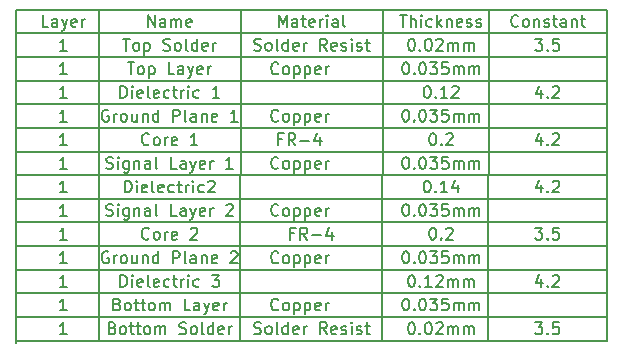
<source format=gbr>
G04 #@! TF.GenerationSoftware,KiCad,Pcbnew,5.0.2+dfsg1-1~bpo9+1*
G04 #@! TF.CreationDate,2019-10-24T14:32:07+02:00*
G04 #@! TF.ProjectId,zglue-dragon-adapter,7a676c75-652d-4647-9261-676f6e2d6164,rev?*
G04 #@! TF.SameCoordinates,Original*
G04 #@! TF.FileFunction,Drawing*
%FSLAX46Y46*%
G04 Gerber Fmt 4.6, Leading zero omitted, Abs format (unit mm)*
G04 Created by KiCad (PCBNEW 5.0.2+dfsg1-1~bpo9+1) date Thu 24 Oct 2019 02:32:07 PM CEST*
%MOMM*%
%LPD*%
G01*
G04 APERTURE LIST*
%ADD10C,0.150000*%
%ADD11C,0.200000*%
G04 APERTURE END LIST*
D10*
X51574285Y-18937142D02*
X51526666Y-18984761D01*
X51383809Y-19032380D01*
X51288571Y-19032380D01*
X51145714Y-18984761D01*
X51050476Y-18889523D01*
X51002857Y-18794285D01*
X50955238Y-18603809D01*
X50955238Y-18460952D01*
X51002857Y-18270476D01*
X51050476Y-18175238D01*
X51145714Y-18080000D01*
X51288571Y-18032380D01*
X51383809Y-18032380D01*
X51526666Y-18080000D01*
X51574285Y-18127619D01*
X52145714Y-19032380D02*
X52050476Y-18984761D01*
X52002857Y-18937142D01*
X51955238Y-18841904D01*
X51955238Y-18556190D01*
X52002857Y-18460952D01*
X52050476Y-18413333D01*
X52145714Y-18365714D01*
X52288571Y-18365714D01*
X52383809Y-18413333D01*
X52431428Y-18460952D01*
X52479047Y-18556190D01*
X52479047Y-18841904D01*
X52431428Y-18937142D01*
X52383809Y-18984761D01*
X52288571Y-19032380D01*
X52145714Y-19032380D01*
X52907619Y-18365714D02*
X52907619Y-19365714D01*
X52907619Y-18413333D02*
X53002857Y-18365714D01*
X53193333Y-18365714D01*
X53288571Y-18413333D01*
X53336190Y-18460952D01*
X53383809Y-18556190D01*
X53383809Y-18841904D01*
X53336190Y-18937142D01*
X53288571Y-18984761D01*
X53193333Y-19032380D01*
X53002857Y-19032380D01*
X52907619Y-18984761D01*
X53812380Y-18365714D02*
X53812380Y-19365714D01*
X53812380Y-18413333D02*
X53907619Y-18365714D01*
X54098095Y-18365714D01*
X54193333Y-18413333D01*
X54240952Y-18460952D01*
X54288571Y-18556190D01*
X54288571Y-18841904D01*
X54240952Y-18937142D01*
X54193333Y-18984761D01*
X54098095Y-19032380D01*
X53907619Y-19032380D01*
X53812380Y-18984761D01*
X55098095Y-18984761D02*
X55002857Y-19032380D01*
X54812380Y-19032380D01*
X54717142Y-18984761D01*
X54669523Y-18889523D01*
X54669523Y-18508571D01*
X54717142Y-18413333D01*
X54812380Y-18365714D01*
X55002857Y-18365714D01*
X55098095Y-18413333D01*
X55145714Y-18508571D01*
X55145714Y-18603809D01*
X54669523Y-18699047D01*
X55574285Y-19032380D02*
X55574285Y-18365714D01*
X55574285Y-18556190D02*
X55621904Y-18460952D01*
X55669523Y-18413333D01*
X55764761Y-18365714D01*
X55860000Y-18365714D01*
X52907619Y-20508571D02*
X52574285Y-20508571D01*
X52574285Y-21032380D02*
X52574285Y-20032380D01*
X53050476Y-20032380D01*
X54002857Y-21032380D02*
X53669523Y-20556190D01*
X53431428Y-21032380D02*
X53431428Y-20032380D01*
X53812380Y-20032380D01*
X53907619Y-20080000D01*
X53955238Y-20127619D01*
X54002857Y-20222857D01*
X54002857Y-20365714D01*
X53955238Y-20460952D01*
X53907619Y-20508571D01*
X53812380Y-20556190D01*
X53431428Y-20556190D01*
X54431428Y-20651428D02*
X55193333Y-20651428D01*
X56098095Y-20365714D02*
X56098095Y-21032380D01*
X55860000Y-19984761D02*
X55621904Y-20699047D01*
X56240952Y-20699047D01*
X51574285Y-14937142D02*
X51526666Y-14984761D01*
X51383809Y-15032380D01*
X51288571Y-15032380D01*
X51145714Y-14984761D01*
X51050476Y-14889523D01*
X51002857Y-14794285D01*
X50955238Y-14603809D01*
X50955238Y-14460952D01*
X51002857Y-14270476D01*
X51050476Y-14175238D01*
X51145714Y-14080000D01*
X51288571Y-14032380D01*
X51383809Y-14032380D01*
X51526666Y-14080000D01*
X51574285Y-14127619D01*
X52145714Y-15032380D02*
X52050476Y-14984761D01*
X52002857Y-14937142D01*
X51955238Y-14841904D01*
X51955238Y-14556190D01*
X52002857Y-14460952D01*
X52050476Y-14413333D01*
X52145714Y-14365714D01*
X52288571Y-14365714D01*
X52383809Y-14413333D01*
X52431428Y-14460952D01*
X52479047Y-14556190D01*
X52479047Y-14841904D01*
X52431428Y-14937142D01*
X52383809Y-14984761D01*
X52288571Y-15032380D01*
X52145714Y-15032380D01*
X52907619Y-14365714D02*
X52907619Y-15365714D01*
X52907619Y-14413333D02*
X53002857Y-14365714D01*
X53193333Y-14365714D01*
X53288571Y-14413333D01*
X53336190Y-14460952D01*
X53383809Y-14556190D01*
X53383809Y-14841904D01*
X53336190Y-14937142D01*
X53288571Y-14984761D01*
X53193333Y-15032380D01*
X53002857Y-15032380D01*
X52907619Y-14984761D01*
X53812380Y-14365714D02*
X53812380Y-15365714D01*
X53812380Y-14413333D02*
X53907619Y-14365714D01*
X54098095Y-14365714D01*
X54193333Y-14413333D01*
X54240952Y-14460952D01*
X54288571Y-14556190D01*
X54288571Y-14841904D01*
X54240952Y-14937142D01*
X54193333Y-14984761D01*
X54098095Y-15032380D01*
X53907619Y-15032380D01*
X53812380Y-14984761D01*
X55098095Y-14984761D02*
X55002857Y-15032380D01*
X54812380Y-15032380D01*
X54717142Y-14984761D01*
X54669523Y-14889523D01*
X54669523Y-14508571D01*
X54717142Y-14413333D01*
X54812380Y-14365714D01*
X55002857Y-14365714D01*
X55098095Y-14413333D01*
X55145714Y-14508571D01*
X55145714Y-14603809D01*
X54669523Y-14699047D01*
X55574285Y-15032380D02*
X55574285Y-14365714D01*
X55574285Y-14556190D02*
X55621904Y-14460952D01*
X55669523Y-14413333D01*
X55764761Y-14365714D01*
X55860000Y-14365714D01*
X40621904Y-20937142D02*
X40574285Y-20984761D01*
X40431428Y-21032380D01*
X40336190Y-21032380D01*
X40193333Y-20984761D01*
X40098095Y-20889523D01*
X40050476Y-20794285D01*
X40002857Y-20603809D01*
X40002857Y-20460952D01*
X40050476Y-20270476D01*
X40098095Y-20175238D01*
X40193333Y-20080000D01*
X40336190Y-20032380D01*
X40431428Y-20032380D01*
X40574285Y-20080000D01*
X40621904Y-20127619D01*
X41193333Y-21032380D02*
X41098095Y-20984761D01*
X41050476Y-20937142D01*
X41002857Y-20841904D01*
X41002857Y-20556190D01*
X41050476Y-20460952D01*
X41098095Y-20413333D01*
X41193333Y-20365714D01*
X41336190Y-20365714D01*
X41431428Y-20413333D01*
X41479047Y-20460952D01*
X41526666Y-20556190D01*
X41526666Y-20841904D01*
X41479047Y-20937142D01*
X41431428Y-20984761D01*
X41336190Y-21032380D01*
X41193333Y-21032380D01*
X41955238Y-21032380D02*
X41955238Y-20365714D01*
X41955238Y-20556190D02*
X42002857Y-20460952D01*
X42050476Y-20413333D01*
X42145714Y-20365714D01*
X42240952Y-20365714D01*
X42955238Y-20984761D02*
X42860000Y-21032380D01*
X42669523Y-21032380D01*
X42574285Y-20984761D01*
X42526666Y-20889523D01*
X42526666Y-20508571D01*
X42574285Y-20413333D01*
X42669523Y-20365714D01*
X42860000Y-20365714D01*
X42955238Y-20413333D01*
X43002857Y-20508571D01*
X43002857Y-20603809D01*
X42526666Y-20699047D01*
X44145714Y-20127619D02*
X44193333Y-20080000D01*
X44288571Y-20032380D01*
X44526666Y-20032380D01*
X44621904Y-20080000D01*
X44669523Y-20127619D01*
X44717142Y-20222857D01*
X44717142Y-20318095D01*
X44669523Y-20460952D01*
X44098095Y-21032380D01*
X44717142Y-21032380D01*
D11*
X69360000Y-15580000D02*
X79360000Y-15580000D01*
X69360000Y-17580000D02*
X79360000Y-17580000D01*
D10*
X37002857Y-18984761D02*
X37145714Y-19032380D01*
X37383809Y-19032380D01*
X37479047Y-18984761D01*
X37526666Y-18937142D01*
X37574285Y-18841904D01*
X37574285Y-18746666D01*
X37526666Y-18651428D01*
X37479047Y-18603809D01*
X37383809Y-18556190D01*
X37193333Y-18508571D01*
X37098095Y-18460952D01*
X37050476Y-18413333D01*
X37002857Y-18318095D01*
X37002857Y-18222857D01*
X37050476Y-18127619D01*
X37098095Y-18080000D01*
X37193333Y-18032380D01*
X37431428Y-18032380D01*
X37574285Y-18080000D01*
X38002857Y-19032380D02*
X38002857Y-18365714D01*
X38002857Y-18032380D02*
X37955238Y-18080000D01*
X38002857Y-18127619D01*
X38050476Y-18080000D01*
X38002857Y-18032380D01*
X38002857Y-18127619D01*
X38907619Y-18365714D02*
X38907619Y-19175238D01*
X38860000Y-19270476D01*
X38812380Y-19318095D01*
X38717142Y-19365714D01*
X38574285Y-19365714D01*
X38479047Y-19318095D01*
X38907619Y-18984761D02*
X38812380Y-19032380D01*
X38621904Y-19032380D01*
X38526666Y-18984761D01*
X38479047Y-18937142D01*
X38431428Y-18841904D01*
X38431428Y-18556190D01*
X38479047Y-18460952D01*
X38526666Y-18413333D01*
X38621904Y-18365714D01*
X38812380Y-18365714D01*
X38907619Y-18413333D01*
X39383809Y-18365714D02*
X39383809Y-19032380D01*
X39383809Y-18460952D02*
X39431428Y-18413333D01*
X39526666Y-18365714D01*
X39669523Y-18365714D01*
X39764761Y-18413333D01*
X39812380Y-18508571D01*
X39812380Y-19032380D01*
X40717142Y-19032380D02*
X40717142Y-18508571D01*
X40669523Y-18413333D01*
X40574285Y-18365714D01*
X40383809Y-18365714D01*
X40288571Y-18413333D01*
X40717142Y-18984761D02*
X40621904Y-19032380D01*
X40383809Y-19032380D01*
X40288571Y-18984761D01*
X40240952Y-18889523D01*
X40240952Y-18794285D01*
X40288571Y-18699047D01*
X40383809Y-18651428D01*
X40621904Y-18651428D01*
X40717142Y-18603809D01*
X41336190Y-19032380D02*
X41240952Y-18984761D01*
X41193333Y-18889523D01*
X41193333Y-18032380D01*
X42955238Y-19032380D02*
X42479047Y-19032380D01*
X42479047Y-18032380D01*
X43717142Y-19032380D02*
X43717142Y-18508571D01*
X43669523Y-18413333D01*
X43574285Y-18365714D01*
X43383809Y-18365714D01*
X43288571Y-18413333D01*
X43717142Y-18984761D02*
X43621904Y-19032380D01*
X43383809Y-19032380D01*
X43288571Y-18984761D01*
X43240952Y-18889523D01*
X43240952Y-18794285D01*
X43288571Y-18699047D01*
X43383809Y-18651428D01*
X43621904Y-18651428D01*
X43717142Y-18603809D01*
X44098095Y-18365714D02*
X44336190Y-19032380D01*
X44574285Y-18365714D02*
X44336190Y-19032380D01*
X44240952Y-19270476D01*
X44193333Y-19318095D01*
X44098095Y-19365714D01*
X45336190Y-18984761D02*
X45240952Y-19032380D01*
X45050476Y-19032380D01*
X44955238Y-18984761D01*
X44907619Y-18889523D01*
X44907619Y-18508571D01*
X44955238Y-18413333D01*
X45050476Y-18365714D01*
X45240952Y-18365714D01*
X45336190Y-18413333D01*
X45383809Y-18508571D01*
X45383809Y-18603809D01*
X44907619Y-18699047D01*
X45812380Y-19032380D02*
X45812380Y-18365714D01*
X45812380Y-18556190D02*
X45860000Y-18460952D01*
X45907619Y-18413333D01*
X46002857Y-18365714D01*
X46098095Y-18365714D01*
X47145714Y-18127619D02*
X47193333Y-18080000D01*
X47288571Y-18032380D01*
X47526666Y-18032380D01*
X47621904Y-18080000D01*
X47669523Y-18127619D01*
X47717142Y-18222857D01*
X47717142Y-18318095D01*
X47669523Y-18460952D01*
X47098095Y-19032380D01*
X47717142Y-19032380D01*
D11*
X69360000Y-19580000D02*
X79360000Y-19580000D01*
D10*
X64598095Y-20032380D02*
X64693333Y-20032380D01*
X64788571Y-20080000D01*
X64836190Y-20127619D01*
X64883809Y-20222857D01*
X64931428Y-20413333D01*
X64931428Y-20651428D01*
X64883809Y-20841904D01*
X64836190Y-20937142D01*
X64788571Y-20984761D01*
X64693333Y-21032380D01*
X64598095Y-21032380D01*
X64502857Y-20984761D01*
X64455238Y-20937142D01*
X64407619Y-20841904D01*
X64360000Y-20651428D01*
X64360000Y-20413333D01*
X64407619Y-20222857D01*
X64455238Y-20127619D01*
X64502857Y-20080000D01*
X64598095Y-20032380D01*
X65360000Y-20937142D02*
X65407619Y-20984761D01*
X65360000Y-21032380D01*
X65312380Y-20984761D01*
X65360000Y-20937142D01*
X65360000Y-21032380D01*
X65788571Y-20127619D02*
X65836190Y-20080000D01*
X65931428Y-20032380D01*
X66169523Y-20032380D01*
X66264761Y-20080000D01*
X66312380Y-20127619D01*
X66360000Y-20222857D01*
X66360000Y-20318095D01*
X66312380Y-20460952D01*
X65740952Y-21032380D01*
X66360000Y-21032380D01*
D11*
X69360000Y-21580000D02*
X69360000Y-19580000D01*
X79360000Y-21580000D02*
X69360000Y-21580000D01*
D10*
X64121904Y-16032380D02*
X64217142Y-16032380D01*
X64312380Y-16080000D01*
X64360000Y-16127619D01*
X64407619Y-16222857D01*
X64455238Y-16413333D01*
X64455238Y-16651428D01*
X64407619Y-16841904D01*
X64360000Y-16937142D01*
X64312380Y-16984761D01*
X64217142Y-17032380D01*
X64121904Y-17032380D01*
X64026666Y-16984761D01*
X63979047Y-16937142D01*
X63931428Y-16841904D01*
X63883809Y-16651428D01*
X63883809Y-16413333D01*
X63931428Y-16222857D01*
X63979047Y-16127619D01*
X64026666Y-16080000D01*
X64121904Y-16032380D01*
X64883809Y-16937142D02*
X64931428Y-16984761D01*
X64883809Y-17032380D01*
X64836190Y-16984761D01*
X64883809Y-16937142D01*
X64883809Y-17032380D01*
X65883809Y-17032380D02*
X65312380Y-17032380D01*
X65598095Y-17032380D02*
X65598095Y-16032380D01*
X65502857Y-16175238D01*
X65407619Y-16270476D01*
X65312380Y-16318095D01*
X66740952Y-16365714D02*
X66740952Y-17032380D01*
X66502857Y-15984761D02*
X66264761Y-16699047D01*
X66883809Y-16699047D01*
D11*
X29360000Y-17580000D02*
X69360000Y-17580000D01*
X29360000Y-15580000D02*
X69360000Y-15580000D01*
D10*
X37002857Y-14984761D02*
X37145714Y-15032380D01*
X37383809Y-15032380D01*
X37479047Y-14984761D01*
X37526666Y-14937142D01*
X37574285Y-14841904D01*
X37574285Y-14746666D01*
X37526666Y-14651428D01*
X37479047Y-14603809D01*
X37383809Y-14556190D01*
X37193333Y-14508571D01*
X37098095Y-14460952D01*
X37050476Y-14413333D01*
X37002857Y-14318095D01*
X37002857Y-14222857D01*
X37050476Y-14127619D01*
X37098095Y-14080000D01*
X37193333Y-14032380D01*
X37431428Y-14032380D01*
X37574285Y-14080000D01*
X38002857Y-15032380D02*
X38002857Y-14365714D01*
X38002857Y-14032380D02*
X37955238Y-14080000D01*
X38002857Y-14127619D01*
X38050476Y-14080000D01*
X38002857Y-14032380D01*
X38002857Y-14127619D01*
X38907619Y-14365714D02*
X38907619Y-15175238D01*
X38860000Y-15270476D01*
X38812380Y-15318095D01*
X38717142Y-15365714D01*
X38574285Y-15365714D01*
X38479047Y-15318095D01*
X38907619Y-14984761D02*
X38812380Y-15032380D01*
X38621904Y-15032380D01*
X38526666Y-14984761D01*
X38479047Y-14937142D01*
X38431428Y-14841904D01*
X38431428Y-14556190D01*
X38479047Y-14460952D01*
X38526666Y-14413333D01*
X38621904Y-14365714D01*
X38812380Y-14365714D01*
X38907619Y-14413333D01*
X39383809Y-14365714D02*
X39383809Y-15032380D01*
X39383809Y-14460952D02*
X39431428Y-14413333D01*
X39526666Y-14365714D01*
X39669523Y-14365714D01*
X39764761Y-14413333D01*
X39812380Y-14508571D01*
X39812380Y-15032380D01*
X40717142Y-15032380D02*
X40717142Y-14508571D01*
X40669523Y-14413333D01*
X40574285Y-14365714D01*
X40383809Y-14365714D01*
X40288571Y-14413333D01*
X40717142Y-14984761D02*
X40621904Y-15032380D01*
X40383809Y-15032380D01*
X40288571Y-14984761D01*
X40240952Y-14889523D01*
X40240952Y-14794285D01*
X40288571Y-14699047D01*
X40383809Y-14651428D01*
X40621904Y-14651428D01*
X40717142Y-14603809D01*
X41336190Y-15032380D02*
X41240952Y-14984761D01*
X41193333Y-14889523D01*
X41193333Y-14032380D01*
X42955238Y-15032380D02*
X42479047Y-15032380D01*
X42479047Y-14032380D01*
X43717142Y-15032380D02*
X43717142Y-14508571D01*
X43669523Y-14413333D01*
X43574285Y-14365714D01*
X43383809Y-14365714D01*
X43288571Y-14413333D01*
X43717142Y-14984761D02*
X43621904Y-15032380D01*
X43383809Y-15032380D01*
X43288571Y-14984761D01*
X43240952Y-14889523D01*
X43240952Y-14794285D01*
X43288571Y-14699047D01*
X43383809Y-14651428D01*
X43621904Y-14651428D01*
X43717142Y-14603809D01*
X44098095Y-14365714D02*
X44336190Y-15032380D01*
X44574285Y-14365714D02*
X44336190Y-15032380D01*
X44240952Y-15270476D01*
X44193333Y-15318095D01*
X44098095Y-15365714D01*
X45336190Y-14984761D02*
X45240952Y-15032380D01*
X45050476Y-15032380D01*
X44955238Y-14984761D01*
X44907619Y-14889523D01*
X44907619Y-14508571D01*
X44955238Y-14413333D01*
X45050476Y-14365714D01*
X45240952Y-14365714D01*
X45336190Y-14413333D01*
X45383809Y-14508571D01*
X45383809Y-14603809D01*
X44907619Y-14699047D01*
X45812380Y-15032380D02*
X45812380Y-14365714D01*
X45812380Y-14556190D02*
X45860000Y-14460952D01*
X45907619Y-14413333D01*
X46002857Y-14365714D01*
X46098095Y-14365714D01*
X47717142Y-15032380D02*
X47145714Y-15032380D01*
X47431428Y-15032380D02*
X47431428Y-14032380D01*
X47336190Y-14175238D01*
X47240952Y-14270476D01*
X47145714Y-14318095D01*
D11*
X29360000Y-21580000D02*
X69360000Y-21580000D01*
X29360000Y-19580000D02*
X69360000Y-19580000D01*
D10*
X33645714Y-21032380D02*
X33074285Y-21032380D01*
X33360000Y-21032380D02*
X33360000Y-20032380D01*
X33264761Y-20175238D01*
X33169523Y-20270476D01*
X33074285Y-20318095D01*
X33645714Y-19032380D02*
X33074285Y-19032380D01*
X33360000Y-19032380D02*
X33360000Y-18032380D01*
X33264761Y-18175238D01*
X33169523Y-18270476D01*
X33074285Y-18318095D01*
X33645714Y-17032380D02*
X33074285Y-17032380D01*
X33360000Y-17032380D02*
X33360000Y-16032380D01*
X33264761Y-16175238D01*
X33169523Y-16270476D01*
X33074285Y-16318095D01*
X33645714Y-15032380D02*
X33074285Y-15032380D01*
X33360000Y-15032380D02*
X33360000Y-14032380D01*
X33264761Y-14175238D01*
X33169523Y-14270476D01*
X33074285Y-14318095D01*
X38574285Y-17032380D02*
X38574285Y-16032380D01*
X38812380Y-16032380D01*
X38955238Y-16080000D01*
X39050476Y-16175238D01*
X39098095Y-16270476D01*
X39145714Y-16460952D01*
X39145714Y-16603809D01*
X39098095Y-16794285D01*
X39050476Y-16889523D01*
X38955238Y-16984761D01*
X38812380Y-17032380D01*
X38574285Y-17032380D01*
X39574285Y-17032380D02*
X39574285Y-16365714D01*
X39574285Y-16032380D02*
X39526666Y-16080000D01*
X39574285Y-16127619D01*
X39621904Y-16080000D01*
X39574285Y-16032380D01*
X39574285Y-16127619D01*
X40431428Y-16984761D02*
X40336190Y-17032380D01*
X40145714Y-17032380D01*
X40050476Y-16984761D01*
X40002857Y-16889523D01*
X40002857Y-16508571D01*
X40050476Y-16413333D01*
X40145714Y-16365714D01*
X40336190Y-16365714D01*
X40431428Y-16413333D01*
X40479047Y-16508571D01*
X40479047Y-16603809D01*
X40002857Y-16699047D01*
X41050476Y-17032380D02*
X40955238Y-16984761D01*
X40907619Y-16889523D01*
X40907619Y-16032380D01*
X41812380Y-16984761D02*
X41717142Y-17032380D01*
X41526666Y-17032380D01*
X41431428Y-16984761D01*
X41383809Y-16889523D01*
X41383809Y-16508571D01*
X41431428Y-16413333D01*
X41526666Y-16365714D01*
X41717142Y-16365714D01*
X41812380Y-16413333D01*
X41860000Y-16508571D01*
X41860000Y-16603809D01*
X41383809Y-16699047D01*
X42717142Y-16984761D02*
X42621904Y-17032380D01*
X42431428Y-17032380D01*
X42336190Y-16984761D01*
X42288571Y-16937142D01*
X42240952Y-16841904D01*
X42240952Y-16556190D01*
X42288571Y-16460952D01*
X42336190Y-16413333D01*
X42431428Y-16365714D01*
X42621904Y-16365714D01*
X42717142Y-16413333D01*
X43002857Y-16365714D02*
X43383809Y-16365714D01*
X43145714Y-16032380D02*
X43145714Y-16889523D01*
X43193333Y-16984761D01*
X43288571Y-17032380D01*
X43383809Y-17032380D01*
X43717142Y-17032380D02*
X43717142Y-16365714D01*
X43717142Y-16556190D02*
X43764761Y-16460952D01*
X43812380Y-16413333D01*
X43907619Y-16365714D01*
X44002857Y-16365714D01*
X44336190Y-17032380D02*
X44336190Y-16365714D01*
X44336190Y-16032380D02*
X44288571Y-16080000D01*
X44336190Y-16127619D01*
X44383809Y-16080000D01*
X44336190Y-16032380D01*
X44336190Y-16127619D01*
X45240952Y-16984761D02*
X45145714Y-17032380D01*
X44955238Y-17032380D01*
X44860000Y-16984761D01*
X44812380Y-16937142D01*
X44764761Y-16841904D01*
X44764761Y-16556190D01*
X44812380Y-16460952D01*
X44860000Y-16413333D01*
X44955238Y-16365714D01*
X45145714Y-16365714D01*
X45240952Y-16413333D01*
X45621904Y-16127619D02*
X45669523Y-16080000D01*
X45764761Y-16032380D01*
X46002857Y-16032380D01*
X46098095Y-16080000D01*
X46145714Y-16127619D01*
X46193333Y-16222857D01*
X46193333Y-16318095D01*
X46145714Y-16460952D01*
X45574285Y-17032380D01*
X46193333Y-17032380D01*
X73836190Y-16365714D02*
X73836190Y-17032380D01*
X73598095Y-15984761D02*
X73360000Y-16699047D01*
X73979047Y-16699047D01*
X74360000Y-16937142D02*
X74407619Y-16984761D01*
X74360000Y-17032380D01*
X74312380Y-16984761D01*
X74360000Y-16937142D01*
X74360000Y-17032380D01*
X74788571Y-16127619D02*
X74836190Y-16080000D01*
X74931428Y-16032380D01*
X75169523Y-16032380D01*
X75264761Y-16080000D01*
X75312380Y-16127619D01*
X75360000Y-16222857D01*
X75360000Y-16318095D01*
X75312380Y-16460952D01*
X74740952Y-17032380D01*
X75360000Y-17032380D01*
X62312380Y-18032380D02*
X62407619Y-18032380D01*
X62502857Y-18080000D01*
X62550476Y-18127619D01*
X62598095Y-18222857D01*
X62645714Y-18413333D01*
X62645714Y-18651428D01*
X62598095Y-18841904D01*
X62550476Y-18937142D01*
X62502857Y-18984761D01*
X62407619Y-19032380D01*
X62312380Y-19032380D01*
X62217142Y-18984761D01*
X62169523Y-18937142D01*
X62121904Y-18841904D01*
X62074285Y-18651428D01*
X62074285Y-18413333D01*
X62121904Y-18222857D01*
X62169523Y-18127619D01*
X62217142Y-18080000D01*
X62312380Y-18032380D01*
X63074285Y-18937142D02*
X63121904Y-18984761D01*
X63074285Y-19032380D01*
X63026666Y-18984761D01*
X63074285Y-18937142D01*
X63074285Y-19032380D01*
X63740952Y-18032380D02*
X63836190Y-18032380D01*
X63931428Y-18080000D01*
X63979047Y-18127619D01*
X64026666Y-18222857D01*
X64074285Y-18413333D01*
X64074285Y-18651428D01*
X64026666Y-18841904D01*
X63979047Y-18937142D01*
X63931428Y-18984761D01*
X63836190Y-19032380D01*
X63740952Y-19032380D01*
X63645714Y-18984761D01*
X63598095Y-18937142D01*
X63550476Y-18841904D01*
X63502857Y-18651428D01*
X63502857Y-18413333D01*
X63550476Y-18222857D01*
X63598095Y-18127619D01*
X63645714Y-18080000D01*
X63740952Y-18032380D01*
X64407619Y-18032380D02*
X65026666Y-18032380D01*
X64693333Y-18413333D01*
X64836190Y-18413333D01*
X64931428Y-18460952D01*
X64979047Y-18508571D01*
X65026666Y-18603809D01*
X65026666Y-18841904D01*
X64979047Y-18937142D01*
X64931428Y-18984761D01*
X64836190Y-19032380D01*
X64550476Y-19032380D01*
X64455238Y-18984761D01*
X64407619Y-18937142D01*
X65931428Y-18032380D02*
X65455238Y-18032380D01*
X65407619Y-18508571D01*
X65455238Y-18460952D01*
X65550476Y-18413333D01*
X65788571Y-18413333D01*
X65883809Y-18460952D01*
X65931428Y-18508571D01*
X65979047Y-18603809D01*
X65979047Y-18841904D01*
X65931428Y-18937142D01*
X65883809Y-18984761D01*
X65788571Y-19032380D01*
X65550476Y-19032380D01*
X65455238Y-18984761D01*
X65407619Y-18937142D01*
X66407619Y-19032380D02*
X66407619Y-18365714D01*
X66407619Y-18460952D02*
X66455238Y-18413333D01*
X66550476Y-18365714D01*
X66693333Y-18365714D01*
X66788571Y-18413333D01*
X66836190Y-18508571D01*
X66836190Y-19032380D01*
X66836190Y-18508571D02*
X66883809Y-18413333D01*
X66979047Y-18365714D01*
X67121904Y-18365714D01*
X67217142Y-18413333D01*
X67264761Y-18508571D01*
X67264761Y-19032380D01*
X67740952Y-19032380D02*
X67740952Y-18365714D01*
X67740952Y-18460952D02*
X67788571Y-18413333D01*
X67883809Y-18365714D01*
X68026666Y-18365714D01*
X68121904Y-18413333D01*
X68169523Y-18508571D01*
X68169523Y-19032380D01*
X68169523Y-18508571D02*
X68217142Y-18413333D01*
X68312380Y-18365714D01*
X68455238Y-18365714D01*
X68550476Y-18413333D01*
X68598095Y-18508571D01*
X68598095Y-19032380D01*
X73312380Y-20032380D02*
X73931428Y-20032380D01*
X73598095Y-20413333D01*
X73740952Y-20413333D01*
X73836190Y-20460952D01*
X73883809Y-20508571D01*
X73931428Y-20603809D01*
X73931428Y-20841904D01*
X73883809Y-20937142D01*
X73836190Y-20984761D01*
X73740952Y-21032380D01*
X73455238Y-21032380D01*
X73360000Y-20984761D01*
X73312380Y-20937142D01*
X74360000Y-20937142D02*
X74407619Y-20984761D01*
X74360000Y-21032380D01*
X74312380Y-20984761D01*
X74360000Y-20937142D01*
X74360000Y-21032380D01*
X75312380Y-20032380D02*
X74836190Y-20032380D01*
X74788571Y-20508571D01*
X74836190Y-20460952D01*
X74931428Y-20413333D01*
X75169523Y-20413333D01*
X75264761Y-20460952D01*
X75312380Y-20508571D01*
X75360000Y-20603809D01*
X75360000Y-20841904D01*
X75312380Y-20937142D01*
X75264761Y-20984761D01*
X75169523Y-21032380D01*
X74931428Y-21032380D01*
X74836190Y-20984761D01*
X74788571Y-20937142D01*
X62312380Y-14032380D02*
X62407619Y-14032380D01*
X62502857Y-14080000D01*
X62550476Y-14127619D01*
X62598095Y-14222857D01*
X62645714Y-14413333D01*
X62645714Y-14651428D01*
X62598095Y-14841904D01*
X62550476Y-14937142D01*
X62502857Y-14984761D01*
X62407619Y-15032380D01*
X62312380Y-15032380D01*
X62217142Y-14984761D01*
X62169523Y-14937142D01*
X62121904Y-14841904D01*
X62074285Y-14651428D01*
X62074285Y-14413333D01*
X62121904Y-14222857D01*
X62169523Y-14127619D01*
X62217142Y-14080000D01*
X62312380Y-14032380D01*
X63074285Y-14937142D02*
X63121904Y-14984761D01*
X63074285Y-15032380D01*
X63026666Y-14984761D01*
X63074285Y-14937142D01*
X63074285Y-15032380D01*
X63740952Y-14032380D02*
X63836190Y-14032380D01*
X63931428Y-14080000D01*
X63979047Y-14127619D01*
X64026666Y-14222857D01*
X64074285Y-14413333D01*
X64074285Y-14651428D01*
X64026666Y-14841904D01*
X63979047Y-14937142D01*
X63931428Y-14984761D01*
X63836190Y-15032380D01*
X63740952Y-15032380D01*
X63645714Y-14984761D01*
X63598095Y-14937142D01*
X63550476Y-14841904D01*
X63502857Y-14651428D01*
X63502857Y-14413333D01*
X63550476Y-14222857D01*
X63598095Y-14127619D01*
X63645714Y-14080000D01*
X63740952Y-14032380D01*
X64407619Y-14032380D02*
X65026666Y-14032380D01*
X64693333Y-14413333D01*
X64836190Y-14413333D01*
X64931428Y-14460952D01*
X64979047Y-14508571D01*
X65026666Y-14603809D01*
X65026666Y-14841904D01*
X64979047Y-14937142D01*
X64931428Y-14984761D01*
X64836190Y-15032380D01*
X64550476Y-15032380D01*
X64455238Y-14984761D01*
X64407619Y-14937142D01*
X65931428Y-14032380D02*
X65455238Y-14032380D01*
X65407619Y-14508571D01*
X65455238Y-14460952D01*
X65550476Y-14413333D01*
X65788571Y-14413333D01*
X65883809Y-14460952D01*
X65931428Y-14508571D01*
X65979047Y-14603809D01*
X65979047Y-14841904D01*
X65931428Y-14937142D01*
X65883809Y-14984761D01*
X65788571Y-15032380D01*
X65550476Y-15032380D01*
X65455238Y-14984761D01*
X65407619Y-14937142D01*
X66407619Y-15032380D02*
X66407619Y-14365714D01*
X66407619Y-14460952D02*
X66455238Y-14413333D01*
X66550476Y-14365714D01*
X66693333Y-14365714D01*
X66788571Y-14413333D01*
X66836190Y-14508571D01*
X66836190Y-15032380D01*
X66836190Y-14508571D02*
X66883809Y-14413333D01*
X66979047Y-14365714D01*
X67121904Y-14365714D01*
X67217142Y-14413333D01*
X67264761Y-14508571D01*
X67264761Y-15032380D01*
X67740952Y-15032380D02*
X67740952Y-14365714D01*
X67740952Y-14460952D02*
X67788571Y-14413333D01*
X67883809Y-14365714D01*
X68026666Y-14365714D01*
X68121904Y-14413333D01*
X68169523Y-14508571D01*
X68169523Y-15032380D01*
X68169523Y-14508571D02*
X68217142Y-14413333D01*
X68312380Y-14365714D01*
X68455238Y-14365714D01*
X68550476Y-14413333D01*
X68598095Y-14508571D01*
X68598095Y-15032380D01*
X73312380Y-28032380D02*
X73931428Y-28032380D01*
X73598095Y-28413333D01*
X73740952Y-28413333D01*
X73836190Y-28460952D01*
X73883809Y-28508571D01*
X73931428Y-28603809D01*
X73931428Y-28841904D01*
X73883809Y-28937142D01*
X73836190Y-28984761D01*
X73740952Y-29032380D01*
X73455238Y-29032380D01*
X73360000Y-28984761D01*
X73312380Y-28937142D01*
X74360000Y-28937142D02*
X74407619Y-28984761D01*
X74360000Y-29032380D01*
X74312380Y-28984761D01*
X74360000Y-28937142D01*
X74360000Y-29032380D01*
X75312380Y-28032380D02*
X74836190Y-28032380D01*
X74788571Y-28508571D01*
X74836190Y-28460952D01*
X74931428Y-28413333D01*
X75169523Y-28413333D01*
X75264761Y-28460952D01*
X75312380Y-28508571D01*
X75360000Y-28603809D01*
X75360000Y-28841904D01*
X75312380Y-28937142D01*
X75264761Y-28984761D01*
X75169523Y-29032380D01*
X74931428Y-29032380D01*
X74836190Y-28984761D01*
X74788571Y-28937142D01*
X73312380Y-4032380D02*
X73931428Y-4032380D01*
X73598095Y-4413333D01*
X73740952Y-4413333D01*
X73836190Y-4460952D01*
X73883809Y-4508571D01*
X73931428Y-4603809D01*
X73931428Y-4841904D01*
X73883809Y-4937142D01*
X73836190Y-4984761D01*
X73740952Y-5032380D01*
X73455238Y-5032380D01*
X73360000Y-4984761D01*
X73312380Y-4937142D01*
X74360000Y-4937142D02*
X74407619Y-4984761D01*
X74360000Y-5032380D01*
X74312380Y-4984761D01*
X74360000Y-4937142D01*
X74360000Y-5032380D01*
X75312380Y-4032380D02*
X74836190Y-4032380D01*
X74788571Y-4508571D01*
X74836190Y-4460952D01*
X74931428Y-4413333D01*
X75169523Y-4413333D01*
X75264761Y-4460952D01*
X75312380Y-4508571D01*
X75360000Y-4603809D01*
X75360000Y-4841904D01*
X75312380Y-4937142D01*
X75264761Y-4984761D01*
X75169523Y-5032380D01*
X74931428Y-5032380D01*
X74836190Y-4984761D01*
X74788571Y-4937142D01*
X73836190Y-24365714D02*
X73836190Y-25032380D01*
X73598095Y-23984761D02*
X73360000Y-24699047D01*
X73979047Y-24699047D01*
X74360000Y-24937142D02*
X74407619Y-24984761D01*
X74360000Y-25032380D01*
X74312380Y-24984761D01*
X74360000Y-24937142D01*
X74360000Y-25032380D01*
X74788571Y-24127619D02*
X74836190Y-24080000D01*
X74931428Y-24032380D01*
X75169523Y-24032380D01*
X75264761Y-24080000D01*
X75312380Y-24127619D01*
X75360000Y-24222857D01*
X75360000Y-24318095D01*
X75312380Y-24460952D01*
X74740952Y-25032380D01*
X75360000Y-25032380D01*
X73836190Y-12365714D02*
X73836190Y-13032380D01*
X73598095Y-11984761D02*
X73360000Y-12699047D01*
X73979047Y-12699047D01*
X74360000Y-12937142D02*
X74407619Y-12984761D01*
X74360000Y-13032380D01*
X74312380Y-12984761D01*
X74360000Y-12937142D01*
X74360000Y-13032380D01*
X74788571Y-12127619D02*
X74836190Y-12080000D01*
X74931428Y-12032380D01*
X75169523Y-12032380D01*
X75264761Y-12080000D01*
X75312380Y-12127619D01*
X75360000Y-12222857D01*
X75360000Y-12318095D01*
X75312380Y-12460952D01*
X74740952Y-13032380D01*
X75360000Y-13032380D01*
X73836190Y-8365714D02*
X73836190Y-9032380D01*
X73598095Y-7984761D02*
X73360000Y-8699047D01*
X73979047Y-8699047D01*
X74360000Y-8937142D02*
X74407619Y-8984761D01*
X74360000Y-9032380D01*
X74312380Y-8984761D01*
X74360000Y-8937142D01*
X74360000Y-9032380D01*
X74788571Y-8127619D02*
X74836190Y-8080000D01*
X74931428Y-8032380D01*
X75169523Y-8032380D01*
X75264761Y-8080000D01*
X75312380Y-8127619D01*
X75360000Y-8222857D01*
X75360000Y-8318095D01*
X75312380Y-8460952D01*
X74740952Y-9032380D01*
X75360000Y-9032380D01*
D11*
X69360000Y-3580000D02*
X79360000Y-3580000D01*
D10*
X62312380Y-6032380D02*
X62407619Y-6032380D01*
X62502857Y-6080000D01*
X62550476Y-6127619D01*
X62598095Y-6222857D01*
X62645714Y-6413333D01*
X62645714Y-6651428D01*
X62598095Y-6841904D01*
X62550476Y-6937142D01*
X62502857Y-6984761D01*
X62407619Y-7032380D01*
X62312380Y-7032380D01*
X62217142Y-6984761D01*
X62169523Y-6937142D01*
X62121904Y-6841904D01*
X62074285Y-6651428D01*
X62074285Y-6413333D01*
X62121904Y-6222857D01*
X62169523Y-6127619D01*
X62217142Y-6080000D01*
X62312380Y-6032380D01*
X63074285Y-6937142D02*
X63121904Y-6984761D01*
X63074285Y-7032380D01*
X63026666Y-6984761D01*
X63074285Y-6937142D01*
X63074285Y-7032380D01*
X63740952Y-6032380D02*
X63836190Y-6032380D01*
X63931428Y-6080000D01*
X63979047Y-6127619D01*
X64026666Y-6222857D01*
X64074285Y-6413333D01*
X64074285Y-6651428D01*
X64026666Y-6841904D01*
X63979047Y-6937142D01*
X63931428Y-6984761D01*
X63836190Y-7032380D01*
X63740952Y-7032380D01*
X63645714Y-6984761D01*
X63598095Y-6937142D01*
X63550476Y-6841904D01*
X63502857Y-6651428D01*
X63502857Y-6413333D01*
X63550476Y-6222857D01*
X63598095Y-6127619D01*
X63645714Y-6080000D01*
X63740952Y-6032380D01*
X64407619Y-6032380D02*
X65026666Y-6032380D01*
X64693333Y-6413333D01*
X64836190Y-6413333D01*
X64931428Y-6460952D01*
X64979047Y-6508571D01*
X65026666Y-6603809D01*
X65026666Y-6841904D01*
X64979047Y-6937142D01*
X64931428Y-6984761D01*
X64836190Y-7032380D01*
X64550476Y-7032380D01*
X64455238Y-6984761D01*
X64407619Y-6937142D01*
X65931428Y-6032380D02*
X65455238Y-6032380D01*
X65407619Y-6508571D01*
X65455238Y-6460952D01*
X65550476Y-6413333D01*
X65788571Y-6413333D01*
X65883809Y-6460952D01*
X65931428Y-6508571D01*
X65979047Y-6603809D01*
X65979047Y-6841904D01*
X65931428Y-6937142D01*
X65883809Y-6984761D01*
X65788571Y-7032380D01*
X65550476Y-7032380D01*
X65455238Y-6984761D01*
X65407619Y-6937142D01*
X66407619Y-7032380D02*
X66407619Y-6365714D01*
X66407619Y-6460952D02*
X66455238Y-6413333D01*
X66550476Y-6365714D01*
X66693333Y-6365714D01*
X66788571Y-6413333D01*
X66836190Y-6508571D01*
X66836190Y-7032380D01*
X66836190Y-6508571D02*
X66883809Y-6413333D01*
X66979047Y-6365714D01*
X67121904Y-6365714D01*
X67217142Y-6413333D01*
X67264761Y-6508571D01*
X67264761Y-7032380D01*
X67740952Y-7032380D02*
X67740952Y-6365714D01*
X67740952Y-6460952D02*
X67788571Y-6413333D01*
X67883809Y-6365714D01*
X68026666Y-6365714D01*
X68121904Y-6413333D01*
X68169523Y-6508571D01*
X68169523Y-7032380D01*
X68169523Y-6508571D02*
X68217142Y-6413333D01*
X68312380Y-6365714D01*
X68455238Y-6365714D01*
X68550476Y-6413333D01*
X68598095Y-6508571D01*
X68598095Y-7032380D01*
D11*
X29360000Y-5580000D02*
X69360000Y-5580000D01*
X30360000Y-3580000D02*
X29360000Y-3580000D01*
D10*
X62312380Y-26032380D02*
X62407619Y-26032380D01*
X62502857Y-26080000D01*
X62550476Y-26127619D01*
X62598095Y-26222857D01*
X62645714Y-26413333D01*
X62645714Y-26651428D01*
X62598095Y-26841904D01*
X62550476Y-26937142D01*
X62502857Y-26984761D01*
X62407619Y-27032380D01*
X62312380Y-27032380D01*
X62217142Y-26984761D01*
X62169523Y-26937142D01*
X62121904Y-26841904D01*
X62074285Y-26651428D01*
X62074285Y-26413333D01*
X62121904Y-26222857D01*
X62169523Y-26127619D01*
X62217142Y-26080000D01*
X62312380Y-26032380D01*
X63074285Y-26937142D02*
X63121904Y-26984761D01*
X63074285Y-27032380D01*
X63026666Y-26984761D01*
X63074285Y-26937142D01*
X63074285Y-27032380D01*
X63740952Y-26032380D02*
X63836190Y-26032380D01*
X63931428Y-26080000D01*
X63979047Y-26127619D01*
X64026666Y-26222857D01*
X64074285Y-26413333D01*
X64074285Y-26651428D01*
X64026666Y-26841904D01*
X63979047Y-26937142D01*
X63931428Y-26984761D01*
X63836190Y-27032380D01*
X63740952Y-27032380D01*
X63645714Y-26984761D01*
X63598095Y-26937142D01*
X63550476Y-26841904D01*
X63502857Y-26651428D01*
X63502857Y-26413333D01*
X63550476Y-26222857D01*
X63598095Y-26127619D01*
X63645714Y-26080000D01*
X63740952Y-26032380D01*
X64407619Y-26032380D02*
X65026666Y-26032380D01*
X64693333Y-26413333D01*
X64836190Y-26413333D01*
X64931428Y-26460952D01*
X64979047Y-26508571D01*
X65026666Y-26603809D01*
X65026666Y-26841904D01*
X64979047Y-26937142D01*
X64931428Y-26984761D01*
X64836190Y-27032380D01*
X64550476Y-27032380D01*
X64455238Y-26984761D01*
X64407619Y-26937142D01*
X65931428Y-26032380D02*
X65455238Y-26032380D01*
X65407619Y-26508571D01*
X65455238Y-26460952D01*
X65550476Y-26413333D01*
X65788571Y-26413333D01*
X65883809Y-26460952D01*
X65931428Y-26508571D01*
X65979047Y-26603809D01*
X65979047Y-26841904D01*
X65931428Y-26937142D01*
X65883809Y-26984761D01*
X65788571Y-27032380D01*
X65550476Y-27032380D01*
X65455238Y-26984761D01*
X65407619Y-26937142D01*
X66407619Y-27032380D02*
X66407619Y-26365714D01*
X66407619Y-26460952D02*
X66455238Y-26413333D01*
X66550476Y-26365714D01*
X66693333Y-26365714D01*
X66788571Y-26413333D01*
X66836190Y-26508571D01*
X66836190Y-27032380D01*
X66836190Y-26508571D02*
X66883809Y-26413333D01*
X66979047Y-26365714D01*
X67121904Y-26365714D01*
X67217142Y-26413333D01*
X67264761Y-26508571D01*
X67264761Y-27032380D01*
X67740952Y-27032380D02*
X67740952Y-26365714D01*
X67740952Y-26460952D02*
X67788571Y-26413333D01*
X67883809Y-26365714D01*
X68026666Y-26365714D01*
X68121904Y-26413333D01*
X68169523Y-26508571D01*
X68169523Y-27032380D01*
X68169523Y-26508571D02*
X68217142Y-26413333D01*
X68312380Y-26365714D01*
X68455238Y-26365714D01*
X68550476Y-26413333D01*
X68598095Y-26508571D01*
X68598095Y-27032380D01*
X40526666Y-3032380D02*
X40526666Y-2032380D01*
X41098095Y-3032380D01*
X41098095Y-2032380D01*
X42002857Y-3032380D02*
X42002857Y-2508571D01*
X41955238Y-2413333D01*
X41860000Y-2365714D01*
X41669523Y-2365714D01*
X41574285Y-2413333D01*
X42002857Y-2984761D02*
X41907619Y-3032380D01*
X41669523Y-3032380D01*
X41574285Y-2984761D01*
X41526666Y-2889523D01*
X41526666Y-2794285D01*
X41574285Y-2699047D01*
X41669523Y-2651428D01*
X41907619Y-2651428D01*
X42002857Y-2603809D01*
X42479047Y-3032380D02*
X42479047Y-2365714D01*
X42479047Y-2460952D02*
X42526666Y-2413333D01*
X42621904Y-2365714D01*
X42764761Y-2365714D01*
X42860000Y-2413333D01*
X42907619Y-2508571D01*
X42907619Y-3032380D01*
X42907619Y-2508571D02*
X42955238Y-2413333D01*
X43050476Y-2365714D01*
X43193333Y-2365714D01*
X43288571Y-2413333D01*
X43336190Y-2508571D01*
X43336190Y-3032380D01*
X44193333Y-2984761D02*
X44098095Y-3032380D01*
X43907619Y-3032380D01*
X43812380Y-2984761D01*
X43764761Y-2889523D01*
X43764761Y-2508571D01*
X43812380Y-2413333D01*
X43907619Y-2365714D01*
X44098095Y-2365714D01*
X44193333Y-2413333D01*
X44240952Y-2508571D01*
X44240952Y-2603809D01*
X43764761Y-2699047D01*
X32098095Y-3032380D02*
X31621904Y-3032380D01*
X31621904Y-2032380D01*
X32860000Y-3032380D02*
X32860000Y-2508571D01*
X32812380Y-2413333D01*
X32717142Y-2365714D01*
X32526666Y-2365714D01*
X32431428Y-2413333D01*
X32860000Y-2984761D02*
X32764761Y-3032380D01*
X32526666Y-3032380D01*
X32431428Y-2984761D01*
X32383809Y-2889523D01*
X32383809Y-2794285D01*
X32431428Y-2699047D01*
X32526666Y-2651428D01*
X32764761Y-2651428D01*
X32860000Y-2603809D01*
X33240952Y-2365714D02*
X33479047Y-3032380D01*
X33717142Y-2365714D02*
X33479047Y-3032380D01*
X33383809Y-3270476D01*
X33336190Y-3318095D01*
X33240952Y-3365714D01*
X34479047Y-2984761D02*
X34383809Y-3032380D01*
X34193333Y-3032380D01*
X34098095Y-2984761D01*
X34050476Y-2889523D01*
X34050476Y-2508571D01*
X34098095Y-2413333D01*
X34193333Y-2365714D01*
X34383809Y-2365714D01*
X34479047Y-2413333D01*
X34526666Y-2508571D01*
X34526666Y-2603809D01*
X34050476Y-2699047D01*
X34955238Y-3032380D02*
X34955238Y-2365714D01*
X34955238Y-2556190D02*
X35002857Y-2460952D01*
X35050476Y-2413333D01*
X35145714Y-2365714D01*
X35240952Y-2365714D01*
X33645714Y-29032380D02*
X33074285Y-29032380D01*
X33360000Y-29032380D02*
X33360000Y-28032380D01*
X33264761Y-28175238D01*
X33169523Y-28270476D01*
X33074285Y-28318095D01*
X33645714Y-27032380D02*
X33074285Y-27032380D01*
X33360000Y-27032380D02*
X33360000Y-26032380D01*
X33264761Y-26175238D01*
X33169523Y-26270476D01*
X33074285Y-26318095D01*
X33645714Y-25032380D02*
X33074285Y-25032380D01*
X33360000Y-25032380D02*
X33360000Y-24032380D01*
X33264761Y-24175238D01*
X33169523Y-24270476D01*
X33074285Y-24318095D01*
X33645714Y-23032380D02*
X33074285Y-23032380D01*
X33360000Y-23032380D02*
X33360000Y-22032380D01*
X33264761Y-22175238D01*
X33169523Y-22270476D01*
X33074285Y-22318095D01*
X33645714Y-13032380D02*
X33074285Y-13032380D01*
X33360000Y-13032380D02*
X33360000Y-12032380D01*
X33264761Y-12175238D01*
X33169523Y-12270476D01*
X33074285Y-12318095D01*
X33645714Y-11032380D02*
X33074285Y-11032380D01*
X33360000Y-11032380D02*
X33360000Y-10032380D01*
X33264761Y-10175238D01*
X33169523Y-10270476D01*
X33074285Y-10318095D01*
X33645714Y-9032380D02*
X33074285Y-9032380D01*
X33360000Y-9032380D02*
X33360000Y-8032380D01*
X33264761Y-8175238D01*
X33169523Y-8270476D01*
X33074285Y-8318095D01*
X33645714Y-7032380D02*
X33074285Y-7032380D01*
X33360000Y-7032380D02*
X33360000Y-6032380D01*
X33264761Y-6175238D01*
X33169523Y-6270476D01*
X33074285Y-6318095D01*
X33645714Y-5032380D02*
X33074285Y-5032380D01*
X33360000Y-5032380D02*
X33360000Y-4032380D01*
X33264761Y-4175238D01*
X33169523Y-4270476D01*
X33074285Y-4318095D01*
X71883809Y-2937142D02*
X71836190Y-2984761D01*
X71693333Y-3032380D01*
X71598095Y-3032380D01*
X71455238Y-2984761D01*
X71360000Y-2889523D01*
X71312380Y-2794285D01*
X71264761Y-2603809D01*
X71264761Y-2460952D01*
X71312380Y-2270476D01*
X71360000Y-2175238D01*
X71455238Y-2080000D01*
X71598095Y-2032380D01*
X71693333Y-2032380D01*
X71836190Y-2080000D01*
X71883809Y-2127619D01*
X72455238Y-3032380D02*
X72360000Y-2984761D01*
X72312380Y-2937142D01*
X72264761Y-2841904D01*
X72264761Y-2556190D01*
X72312380Y-2460952D01*
X72360000Y-2413333D01*
X72455238Y-2365714D01*
X72598095Y-2365714D01*
X72693333Y-2413333D01*
X72740952Y-2460952D01*
X72788571Y-2556190D01*
X72788571Y-2841904D01*
X72740952Y-2937142D01*
X72693333Y-2984761D01*
X72598095Y-3032380D01*
X72455238Y-3032380D01*
X73217142Y-2365714D02*
X73217142Y-3032380D01*
X73217142Y-2460952D02*
X73264761Y-2413333D01*
X73360000Y-2365714D01*
X73502857Y-2365714D01*
X73598095Y-2413333D01*
X73645714Y-2508571D01*
X73645714Y-3032380D01*
X74074285Y-2984761D02*
X74169523Y-3032380D01*
X74360000Y-3032380D01*
X74455238Y-2984761D01*
X74502857Y-2889523D01*
X74502857Y-2841904D01*
X74455238Y-2746666D01*
X74360000Y-2699047D01*
X74217142Y-2699047D01*
X74121904Y-2651428D01*
X74074285Y-2556190D01*
X74074285Y-2508571D01*
X74121904Y-2413333D01*
X74217142Y-2365714D01*
X74360000Y-2365714D01*
X74455238Y-2413333D01*
X74788571Y-2365714D02*
X75169523Y-2365714D01*
X74931428Y-2032380D02*
X74931428Y-2889523D01*
X74979047Y-2984761D01*
X75074285Y-3032380D01*
X75169523Y-3032380D01*
X75931428Y-3032380D02*
X75931428Y-2508571D01*
X75883809Y-2413333D01*
X75788571Y-2365714D01*
X75598095Y-2365714D01*
X75502857Y-2413333D01*
X75931428Y-2984761D02*
X75836190Y-3032380D01*
X75598095Y-3032380D01*
X75502857Y-2984761D01*
X75455238Y-2889523D01*
X75455238Y-2794285D01*
X75502857Y-2699047D01*
X75598095Y-2651428D01*
X75836190Y-2651428D01*
X75931428Y-2603809D01*
X76407619Y-2365714D02*
X76407619Y-3032380D01*
X76407619Y-2460952D02*
X76455238Y-2413333D01*
X76550476Y-2365714D01*
X76693333Y-2365714D01*
X76788571Y-2413333D01*
X76836190Y-2508571D01*
X76836190Y-3032380D01*
X77169523Y-2365714D02*
X77550476Y-2365714D01*
X77312380Y-2032380D02*
X77312380Y-2889523D01*
X77360000Y-2984761D01*
X77455238Y-3032380D01*
X77550476Y-3032380D01*
X61860000Y-2032380D02*
X62431428Y-2032380D01*
X62145714Y-3032380D02*
X62145714Y-2032380D01*
X62764761Y-3032380D02*
X62764761Y-2032380D01*
X63193333Y-3032380D02*
X63193333Y-2508571D01*
X63145714Y-2413333D01*
X63050476Y-2365714D01*
X62907619Y-2365714D01*
X62812380Y-2413333D01*
X62764761Y-2460952D01*
X63669523Y-3032380D02*
X63669523Y-2365714D01*
X63669523Y-2032380D02*
X63621904Y-2080000D01*
X63669523Y-2127619D01*
X63717142Y-2080000D01*
X63669523Y-2032380D01*
X63669523Y-2127619D01*
X64574285Y-2984761D02*
X64479047Y-3032380D01*
X64288571Y-3032380D01*
X64193333Y-2984761D01*
X64145714Y-2937142D01*
X64098095Y-2841904D01*
X64098095Y-2556190D01*
X64145714Y-2460952D01*
X64193333Y-2413333D01*
X64288571Y-2365714D01*
X64479047Y-2365714D01*
X64574285Y-2413333D01*
X65002857Y-3032380D02*
X65002857Y-2032380D01*
X65098095Y-2651428D02*
X65383809Y-3032380D01*
X65383809Y-2365714D02*
X65002857Y-2746666D01*
X65812380Y-2365714D02*
X65812380Y-3032380D01*
X65812380Y-2460952D02*
X65860000Y-2413333D01*
X65955238Y-2365714D01*
X66098095Y-2365714D01*
X66193333Y-2413333D01*
X66240952Y-2508571D01*
X66240952Y-3032380D01*
X67098095Y-2984761D02*
X67002857Y-3032380D01*
X66812380Y-3032380D01*
X66717142Y-2984761D01*
X66669523Y-2889523D01*
X66669523Y-2508571D01*
X66717142Y-2413333D01*
X66812380Y-2365714D01*
X67002857Y-2365714D01*
X67098095Y-2413333D01*
X67145714Y-2508571D01*
X67145714Y-2603809D01*
X66669523Y-2699047D01*
X67526666Y-2984761D02*
X67621904Y-3032380D01*
X67812380Y-3032380D01*
X67907619Y-2984761D01*
X67955238Y-2889523D01*
X67955238Y-2841904D01*
X67907619Y-2746666D01*
X67812380Y-2699047D01*
X67669523Y-2699047D01*
X67574285Y-2651428D01*
X67526666Y-2556190D01*
X67526666Y-2508571D01*
X67574285Y-2413333D01*
X67669523Y-2365714D01*
X67812380Y-2365714D01*
X67907619Y-2413333D01*
X68336190Y-2984761D02*
X68431428Y-3032380D01*
X68621904Y-3032380D01*
X68717142Y-2984761D01*
X68764761Y-2889523D01*
X68764761Y-2841904D01*
X68717142Y-2746666D01*
X68621904Y-2699047D01*
X68479047Y-2699047D01*
X68383809Y-2651428D01*
X68336190Y-2556190D01*
X68336190Y-2508571D01*
X68383809Y-2413333D01*
X68479047Y-2365714D01*
X68621904Y-2365714D01*
X68717142Y-2413333D01*
X51598095Y-3032380D02*
X51598095Y-2032380D01*
X51931428Y-2746666D01*
X52264761Y-2032380D01*
X52264761Y-3032380D01*
X53169523Y-3032380D02*
X53169523Y-2508571D01*
X53121904Y-2413333D01*
X53026666Y-2365714D01*
X52836190Y-2365714D01*
X52740952Y-2413333D01*
X53169523Y-2984761D02*
X53074285Y-3032380D01*
X52836190Y-3032380D01*
X52740952Y-2984761D01*
X52693333Y-2889523D01*
X52693333Y-2794285D01*
X52740952Y-2699047D01*
X52836190Y-2651428D01*
X53074285Y-2651428D01*
X53169523Y-2603809D01*
X53502857Y-2365714D02*
X53883809Y-2365714D01*
X53645714Y-2032380D02*
X53645714Y-2889523D01*
X53693333Y-2984761D01*
X53788571Y-3032380D01*
X53883809Y-3032380D01*
X54598095Y-2984761D02*
X54502857Y-3032380D01*
X54312380Y-3032380D01*
X54217142Y-2984761D01*
X54169523Y-2889523D01*
X54169523Y-2508571D01*
X54217142Y-2413333D01*
X54312380Y-2365714D01*
X54502857Y-2365714D01*
X54598095Y-2413333D01*
X54645714Y-2508571D01*
X54645714Y-2603809D01*
X54169523Y-2699047D01*
X55074285Y-3032380D02*
X55074285Y-2365714D01*
X55074285Y-2556190D02*
X55121904Y-2460952D01*
X55169523Y-2413333D01*
X55264761Y-2365714D01*
X55360000Y-2365714D01*
X55693333Y-3032380D02*
X55693333Y-2365714D01*
X55693333Y-2032380D02*
X55645714Y-2080000D01*
X55693333Y-2127619D01*
X55740952Y-2080000D01*
X55693333Y-2032380D01*
X55693333Y-2127619D01*
X56598095Y-3032380D02*
X56598095Y-2508571D01*
X56550476Y-2413333D01*
X56455238Y-2365714D01*
X56264761Y-2365714D01*
X56169523Y-2413333D01*
X56598095Y-2984761D02*
X56502857Y-3032380D01*
X56264761Y-3032380D01*
X56169523Y-2984761D01*
X56121904Y-2889523D01*
X56121904Y-2794285D01*
X56169523Y-2699047D01*
X56264761Y-2651428D01*
X56502857Y-2651428D01*
X56598095Y-2603809D01*
X57217142Y-3032380D02*
X57121904Y-2984761D01*
X57074285Y-2889523D01*
X57074285Y-2032380D01*
X37526666Y-28508571D02*
X37669523Y-28556190D01*
X37717142Y-28603809D01*
X37764761Y-28699047D01*
X37764761Y-28841904D01*
X37717142Y-28937142D01*
X37669523Y-28984761D01*
X37574285Y-29032380D01*
X37193333Y-29032380D01*
X37193333Y-28032380D01*
X37526666Y-28032380D01*
X37621904Y-28080000D01*
X37669523Y-28127619D01*
X37717142Y-28222857D01*
X37717142Y-28318095D01*
X37669523Y-28413333D01*
X37621904Y-28460952D01*
X37526666Y-28508571D01*
X37193333Y-28508571D01*
X38336190Y-29032380D02*
X38240952Y-28984761D01*
X38193333Y-28937142D01*
X38145714Y-28841904D01*
X38145714Y-28556190D01*
X38193333Y-28460952D01*
X38240952Y-28413333D01*
X38336190Y-28365714D01*
X38479047Y-28365714D01*
X38574285Y-28413333D01*
X38621904Y-28460952D01*
X38669523Y-28556190D01*
X38669523Y-28841904D01*
X38621904Y-28937142D01*
X38574285Y-28984761D01*
X38479047Y-29032380D01*
X38336190Y-29032380D01*
X38955238Y-28365714D02*
X39336190Y-28365714D01*
X39098095Y-28032380D02*
X39098095Y-28889523D01*
X39145714Y-28984761D01*
X39240952Y-29032380D01*
X39336190Y-29032380D01*
X39526666Y-28365714D02*
X39907619Y-28365714D01*
X39669523Y-28032380D02*
X39669523Y-28889523D01*
X39717142Y-28984761D01*
X39812380Y-29032380D01*
X39907619Y-29032380D01*
X40383809Y-29032380D02*
X40288571Y-28984761D01*
X40240952Y-28937142D01*
X40193333Y-28841904D01*
X40193333Y-28556190D01*
X40240952Y-28460952D01*
X40288571Y-28413333D01*
X40383809Y-28365714D01*
X40526666Y-28365714D01*
X40621904Y-28413333D01*
X40669523Y-28460952D01*
X40717142Y-28556190D01*
X40717142Y-28841904D01*
X40669523Y-28937142D01*
X40621904Y-28984761D01*
X40526666Y-29032380D01*
X40383809Y-29032380D01*
X41145714Y-29032380D02*
X41145714Y-28365714D01*
X41145714Y-28460952D02*
X41193333Y-28413333D01*
X41288571Y-28365714D01*
X41431428Y-28365714D01*
X41526666Y-28413333D01*
X41574285Y-28508571D01*
X41574285Y-29032380D01*
X41574285Y-28508571D02*
X41621904Y-28413333D01*
X41717142Y-28365714D01*
X41860000Y-28365714D01*
X41955238Y-28413333D01*
X42002857Y-28508571D01*
X42002857Y-29032380D01*
X43193333Y-28984761D02*
X43336190Y-29032380D01*
X43574285Y-29032380D01*
X43669523Y-28984761D01*
X43717142Y-28937142D01*
X43764761Y-28841904D01*
X43764761Y-28746666D01*
X43717142Y-28651428D01*
X43669523Y-28603809D01*
X43574285Y-28556190D01*
X43383809Y-28508571D01*
X43288571Y-28460952D01*
X43240952Y-28413333D01*
X43193333Y-28318095D01*
X43193333Y-28222857D01*
X43240952Y-28127619D01*
X43288571Y-28080000D01*
X43383809Y-28032380D01*
X43621904Y-28032380D01*
X43764761Y-28080000D01*
X44336190Y-29032380D02*
X44240952Y-28984761D01*
X44193333Y-28937142D01*
X44145714Y-28841904D01*
X44145714Y-28556190D01*
X44193333Y-28460952D01*
X44240952Y-28413333D01*
X44336190Y-28365714D01*
X44479047Y-28365714D01*
X44574285Y-28413333D01*
X44621904Y-28460952D01*
X44669523Y-28556190D01*
X44669523Y-28841904D01*
X44621904Y-28937142D01*
X44574285Y-28984761D01*
X44479047Y-29032380D01*
X44336190Y-29032380D01*
X45240952Y-29032380D02*
X45145714Y-28984761D01*
X45098095Y-28889523D01*
X45098095Y-28032380D01*
X46050476Y-29032380D02*
X46050476Y-28032380D01*
X46050476Y-28984761D02*
X45955238Y-29032380D01*
X45764761Y-29032380D01*
X45669523Y-28984761D01*
X45621904Y-28937142D01*
X45574285Y-28841904D01*
X45574285Y-28556190D01*
X45621904Y-28460952D01*
X45669523Y-28413333D01*
X45764761Y-28365714D01*
X45955238Y-28365714D01*
X46050476Y-28413333D01*
X46907619Y-28984761D02*
X46812380Y-29032380D01*
X46621904Y-29032380D01*
X46526666Y-28984761D01*
X46479047Y-28889523D01*
X46479047Y-28508571D01*
X46526666Y-28413333D01*
X46621904Y-28365714D01*
X46812380Y-28365714D01*
X46907619Y-28413333D01*
X46955238Y-28508571D01*
X46955238Y-28603809D01*
X46479047Y-28699047D01*
X47383809Y-29032380D02*
X47383809Y-28365714D01*
X47383809Y-28556190D02*
X47431428Y-28460952D01*
X47479047Y-28413333D01*
X47574285Y-28365714D01*
X47669523Y-28365714D01*
X37931428Y-26508571D02*
X38074285Y-26556190D01*
X38121904Y-26603809D01*
X38169523Y-26699047D01*
X38169523Y-26841904D01*
X38121904Y-26937142D01*
X38074285Y-26984761D01*
X37979047Y-27032380D01*
X37598095Y-27032380D01*
X37598095Y-26032380D01*
X37931428Y-26032380D01*
X38026666Y-26080000D01*
X38074285Y-26127619D01*
X38121904Y-26222857D01*
X38121904Y-26318095D01*
X38074285Y-26413333D01*
X38026666Y-26460952D01*
X37931428Y-26508571D01*
X37598095Y-26508571D01*
X38740952Y-27032380D02*
X38645714Y-26984761D01*
X38598095Y-26937142D01*
X38550476Y-26841904D01*
X38550476Y-26556190D01*
X38598095Y-26460952D01*
X38645714Y-26413333D01*
X38740952Y-26365714D01*
X38883809Y-26365714D01*
X38979047Y-26413333D01*
X39026666Y-26460952D01*
X39074285Y-26556190D01*
X39074285Y-26841904D01*
X39026666Y-26937142D01*
X38979047Y-26984761D01*
X38883809Y-27032380D01*
X38740952Y-27032380D01*
X39360000Y-26365714D02*
X39740952Y-26365714D01*
X39502857Y-26032380D02*
X39502857Y-26889523D01*
X39550476Y-26984761D01*
X39645714Y-27032380D01*
X39740952Y-27032380D01*
X39931428Y-26365714D02*
X40312380Y-26365714D01*
X40074285Y-26032380D02*
X40074285Y-26889523D01*
X40121904Y-26984761D01*
X40217142Y-27032380D01*
X40312380Y-27032380D01*
X40788571Y-27032380D02*
X40693333Y-26984761D01*
X40645714Y-26937142D01*
X40598095Y-26841904D01*
X40598095Y-26556190D01*
X40645714Y-26460952D01*
X40693333Y-26413333D01*
X40788571Y-26365714D01*
X40931428Y-26365714D01*
X41026666Y-26413333D01*
X41074285Y-26460952D01*
X41121904Y-26556190D01*
X41121904Y-26841904D01*
X41074285Y-26937142D01*
X41026666Y-26984761D01*
X40931428Y-27032380D01*
X40788571Y-27032380D01*
X41550476Y-27032380D02*
X41550476Y-26365714D01*
X41550476Y-26460952D02*
X41598095Y-26413333D01*
X41693333Y-26365714D01*
X41836190Y-26365714D01*
X41931428Y-26413333D01*
X41979047Y-26508571D01*
X41979047Y-27032380D01*
X41979047Y-26508571D02*
X42026666Y-26413333D01*
X42121904Y-26365714D01*
X42264761Y-26365714D01*
X42360000Y-26413333D01*
X42407619Y-26508571D01*
X42407619Y-27032380D01*
X44121904Y-27032380D02*
X43645714Y-27032380D01*
X43645714Y-26032380D01*
X44883809Y-27032380D02*
X44883809Y-26508571D01*
X44836190Y-26413333D01*
X44740952Y-26365714D01*
X44550476Y-26365714D01*
X44455238Y-26413333D01*
X44883809Y-26984761D02*
X44788571Y-27032380D01*
X44550476Y-27032380D01*
X44455238Y-26984761D01*
X44407619Y-26889523D01*
X44407619Y-26794285D01*
X44455238Y-26699047D01*
X44550476Y-26651428D01*
X44788571Y-26651428D01*
X44883809Y-26603809D01*
X45264761Y-26365714D02*
X45502857Y-27032380D01*
X45740952Y-26365714D02*
X45502857Y-27032380D01*
X45407619Y-27270476D01*
X45360000Y-27318095D01*
X45264761Y-27365714D01*
X46502857Y-26984761D02*
X46407619Y-27032380D01*
X46217142Y-27032380D01*
X46121904Y-26984761D01*
X46074285Y-26889523D01*
X46074285Y-26508571D01*
X46121904Y-26413333D01*
X46217142Y-26365714D01*
X46407619Y-26365714D01*
X46502857Y-26413333D01*
X46550476Y-26508571D01*
X46550476Y-26603809D01*
X46074285Y-26699047D01*
X46979047Y-27032380D02*
X46979047Y-26365714D01*
X46979047Y-26556190D02*
X47026666Y-26460952D01*
X47074285Y-26413333D01*
X47169523Y-26365714D01*
X47264761Y-26365714D01*
X38193333Y-25032380D02*
X38193333Y-24032380D01*
X38431428Y-24032380D01*
X38574285Y-24080000D01*
X38669523Y-24175238D01*
X38717142Y-24270476D01*
X38764761Y-24460952D01*
X38764761Y-24603809D01*
X38717142Y-24794285D01*
X38669523Y-24889523D01*
X38574285Y-24984761D01*
X38431428Y-25032380D01*
X38193333Y-25032380D01*
X39193333Y-25032380D02*
X39193333Y-24365714D01*
X39193333Y-24032380D02*
X39145714Y-24080000D01*
X39193333Y-24127619D01*
X39240952Y-24080000D01*
X39193333Y-24032380D01*
X39193333Y-24127619D01*
X40050476Y-24984761D02*
X39955238Y-25032380D01*
X39764761Y-25032380D01*
X39669523Y-24984761D01*
X39621904Y-24889523D01*
X39621904Y-24508571D01*
X39669523Y-24413333D01*
X39764761Y-24365714D01*
X39955238Y-24365714D01*
X40050476Y-24413333D01*
X40098095Y-24508571D01*
X40098095Y-24603809D01*
X39621904Y-24699047D01*
X40669523Y-25032380D02*
X40574285Y-24984761D01*
X40526666Y-24889523D01*
X40526666Y-24032380D01*
X41431428Y-24984761D02*
X41336190Y-25032380D01*
X41145714Y-25032380D01*
X41050476Y-24984761D01*
X41002857Y-24889523D01*
X41002857Y-24508571D01*
X41050476Y-24413333D01*
X41145714Y-24365714D01*
X41336190Y-24365714D01*
X41431428Y-24413333D01*
X41479047Y-24508571D01*
X41479047Y-24603809D01*
X41002857Y-24699047D01*
X42336190Y-24984761D02*
X42240952Y-25032380D01*
X42050476Y-25032380D01*
X41955238Y-24984761D01*
X41907619Y-24937142D01*
X41860000Y-24841904D01*
X41860000Y-24556190D01*
X41907619Y-24460952D01*
X41955238Y-24413333D01*
X42050476Y-24365714D01*
X42240952Y-24365714D01*
X42336190Y-24413333D01*
X42621904Y-24365714D02*
X43002857Y-24365714D01*
X42764761Y-24032380D02*
X42764761Y-24889523D01*
X42812380Y-24984761D01*
X42907619Y-25032380D01*
X43002857Y-25032380D01*
X43336190Y-25032380D02*
X43336190Y-24365714D01*
X43336190Y-24556190D02*
X43383809Y-24460952D01*
X43431428Y-24413333D01*
X43526666Y-24365714D01*
X43621904Y-24365714D01*
X43955238Y-25032380D02*
X43955238Y-24365714D01*
X43955238Y-24032380D02*
X43907619Y-24080000D01*
X43955238Y-24127619D01*
X44002857Y-24080000D01*
X43955238Y-24032380D01*
X43955238Y-24127619D01*
X44860000Y-24984761D02*
X44764761Y-25032380D01*
X44574285Y-25032380D01*
X44479047Y-24984761D01*
X44431428Y-24937142D01*
X44383809Y-24841904D01*
X44383809Y-24556190D01*
X44431428Y-24460952D01*
X44479047Y-24413333D01*
X44574285Y-24365714D01*
X44764761Y-24365714D01*
X44860000Y-24413333D01*
X45955238Y-24032380D02*
X46574285Y-24032380D01*
X46240952Y-24413333D01*
X46383809Y-24413333D01*
X46479047Y-24460952D01*
X46526666Y-24508571D01*
X46574285Y-24603809D01*
X46574285Y-24841904D01*
X46526666Y-24937142D01*
X46479047Y-24984761D01*
X46383809Y-25032380D01*
X46098095Y-25032380D01*
X46002857Y-24984761D01*
X45955238Y-24937142D01*
X37169523Y-22080000D02*
X37074285Y-22032380D01*
X36931428Y-22032380D01*
X36788571Y-22080000D01*
X36693333Y-22175238D01*
X36645714Y-22270476D01*
X36598095Y-22460952D01*
X36598095Y-22603809D01*
X36645714Y-22794285D01*
X36693333Y-22889523D01*
X36788571Y-22984761D01*
X36931428Y-23032380D01*
X37026666Y-23032380D01*
X37169523Y-22984761D01*
X37217142Y-22937142D01*
X37217142Y-22603809D01*
X37026666Y-22603809D01*
X37645714Y-23032380D02*
X37645714Y-22365714D01*
X37645714Y-22556190D02*
X37693333Y-22460952D01*
X37740952Y-22413333D01*
X37836190Y-22365714D01*
X37931428Y-22365714D01*
X38407619Y-23032380D02*
X38312380Y-22984761D01*
X38264761Y-22937142D01*
X38217142Y-22841904D01*
X38217142Y-22556190D01*
X38264761Y-22460952D01*
X38312380Y-22413333D01*
X38407619Y-22365714D01*
X38550476Y-22365714D01*
X38645714Y-22413333D01*
X38693333Y-22460952D01*
X38740952Y-22556190D01*
X38740952Y-22841904D01*
X38693333Y-22937142D01*
X38645714Y-22984761D01*
X38550476Y-23032380D01*
X38407619Y-23032380D01*
X39598095Y-22365714D02*
X39598095Y-23032380D01*
X39169523Y-22365714D02*
X39169523Y-22889523D01*
X39217142Y-22984761D01*
X39312380Y-23032380D01*
X39455238Y-23032380D01*
X39550476Y-22984761D01*
X39598095Y-22937142D01*
X40074285Y-22365714D02*
X40074285Y-23032380D01*
X40074285Y-22460952D02*
X40121904Y-22413333D01*
X40217142Y-22365714D01*
X40360000Y-22365714D01*
X40455238Y-22413333D01*
X40502857Y-22508571D01*
X40502857Y-23032380D01*
X41407619Y-23032380D02*
X41407619Y-22032380D01*
X41407619Y-22984761D02*
X41312380Y-23032380D01*
X41121904Y-23032380D01*
X41026666Y-22984761D01*
X40979047Y-22937142D01*
X40931428Y-22841904D01*
X40931428Y-22556190D01*
X40979047Y-22460952D01*
X41026666Y-22413333D01*
X41121904Y-22365714D01*
X41312380Y-22365714D01*
X41407619Y-22413333D01*
X42645714Y-23032380D02*
X42645714Y-22032380D01*
X43026666Y-22032380D01*
X43121904Y-22080000D01*
X43169523Y-22127619D01*
X43217142Y-22222857D01*
X43217142Y-22365714D01*
X43169523Y-22460952D01*
X43121904Y-22508571D01*
X43026666Y-22556190D01*
X42645714Y-22556190D01*
X43788571Y-23032380D02*
X43693333Y-22984761D01*
X43645714Y-22889523D01*
X43645714Y-22032380D01*
X44598095Y-23032380D02*
X44598095Y-22508571D01*
X44550476Y-22413333D01*
X44455238Y-22365714D01*
X44264761Y-22365714D01*
X44169523Y-22413333D01*
X44598095Y-22984761D02*
X44502857Y-23032380D01*
X44264761Y-23032380D01*
X44169523Y-22984761D01*
X44121904Y-22889523D01*
X44121904Y-22794285D01*
X44169523Y-22699047D01*
X44264761Y-22651428D01*
X44502857Y-22651428D01*
X44598095Y-22603809D01*
X45074285Y-22365714D02*
X45074285Y-23032380D01*
X45074285Y-22460952D02*
X45121904Y-22413333D01*
X45217142Y-22365714D01*
X45360000Y-22365714D01*
X45455238Y-22413333D01*
X45502857Y-22508571D01*
X45502857Y-23032380D01*
X46360000Y-22984761D02*
X46264761Y-23032380D01*
X46074285Y-23032380D01*
X45979047Y-22984761D01*
X45931428Y-22889523D01*
X45931428Y-22508571D01*
X45979047Y-22413333D01*
X46074285Y-22365714D01*
X46264761Y-22365714D01*
X46360000Y-22413333D01*
X46407619Y-22508571D01*
X46407619Y-22603809D01*
X45931428Y-22699047D01*
X47550476Y-22127619D02*
X47598095Y-22080000D01*
X47693333Y-22032380D01*
X47931428Y-22032380D01*
X48026666Y-22080000D01*
X48074285Y-22127619D01*
X48121904Y-22222857D01*
X48121904Y-22318095D01*
X48074285Y-22460952D01*
X47502857Y-23032380D01*
X48121904Y-23032380D01*
X40621904Y-12937142D02*
X40574285Y-12984761D01*
X40431428Y-13032380D01*
X40336190Y-13032380D01*
X40193333Y-12984761D01*
X40098095Y-12889523D01*
X40050476Y-12794285D01*
X40002857Y-12603809D01*
X40002857Y-12460952D01*
X40050476Y-12270476D01*
X40098095Y-12175238D01*
X40193333Y-12080000D01*
X40336190Y-12032380D01*
X40431428Y-12032380D01*
X40574285Y-12080000D01*
X40621904Y-12127619D01*
X41193333Y-13032380D02*
X41098095Y-12984761D01*
X41050476Y-12937142D01*
X41002857Y-12841904D01*
X41002857Y-12556190D01*
X41050476Y-12460952D01*
X41098095Y-12413333D01*
X41193333Y-12365714D01*
X41336190Y-12365714D01*
X41431428Y-12413333D01*
X41479047Y-12460952D01*
X41526666Y-12556190D01*
X41526666Y-12841904D01*
X41479047Y-12937142D01*
X41431428Y-12984761D01*
X41336190Y-13032380D01*
X41193333Y-13032380D01*
X41955238Y-13032380D02*
X41955238Y-12365714D01*
X41955238Y-12556190D02*
X42002857Y-12460952D01*
X42050476Y-12413333D01*
X42145714Y-12365714D01*
X42240952Y-12365714D01*
X42955238Y-12984761D02*
X42860000Y-13032380D01*
X42669523Y-13032380D01*
X42574285Y-12984761D01*
X42526666Y-12889523D01*
X42526666Y-12508571D01*
X42574285Y-12413333D01*
X42669523Y-12365714D01*
X42860000Y-12365714D01*
X42955238Y-12413333D01*
X43002857Y-12508571D01*
X43002857Y-12603809D01*
X42526666Y-12699047D01*
X44717142Y-13032380D02*
X44145714Y-13032380D01*
X44431428Y-13032380D02*
X44431428Y-12032380D01*
X44336190Y-12175238D01*
X44240952Y-12270476D01*
X44145714Y-12318095D01*
X37169523Y-10080000D02*
X37074285Y-10032380D01*
X36931428Y-10032380D01*
X36788571Y-10080000D01*
X36693333Y-10175238D01*
X36645714Y-10270476D01*
X36598095Y-10460952D01*
X36598095Y-10603809D01*
X36645714Y-10794285D01*
X36693333Y-10889523D01*
X36788571Y-10984761D01*
X36931428Y-11032380D01*
X37026666Y-11032380D01*
X37169523Y-10984761D01*
X37217142Y-10937142D01*
X37217142Y-10603809D01*
X37026666Y-10603809D01*
X37645714Y-11032380D02*
X37645714Y-10365714D01*
X37645714Y-10556190D02*
X37693333Y-10460952D01*
X37740952Y-10413333D01*
X37836190Y-10365714D01*
X37931428Y-10365714D01*
X38407619Y-11032380D02*
X38312380Y-10984761D01*
X38264761Y-10937142D01*
X38217142Y-10841904D01*
X38217142Y-10556190D01*
X38264761Y-10460952D01*
X38312380Y-10413333D01*
X38407619Y-10365714D01*
X38550476Y-10365714D01*
X38645714Y-10413333D01*
X38693333Y-10460952D01*
X38740952Y-10556190D01*
X38740952Y-10841904D01*
X38693333Y-10937142D01*
X38645714Y-10984761D01*
X38550476Y-11032380D01*
X38407619Y-11032380D01*
X39598095Y-10365714D02*
X39598095Y-11032380D01*
X39169523Y-10365714D02*
X39169523Y-10889523D01*
X39217142Y-10984761D01*
X39312380Y-11032380D01*
X39455238Y-11032380D01*
X39550476Y-10984761D01*
X39598095Y-10937142D01*
X40074285Y-10365714D02*
X40074285Y-11032380D01*
X40074285Y-10460952D02*
X40121904Y-10413333D01*
X40217142Y-10365714D01*
X40360000Y-10365714D01*
X40455238Y-10413333D01*
X40502857Y-10508571D01*
X40502857Y-11032380D01*
X41407619Y-11032380D02*
X41407619Y-10032380D01*
X41407619Y-10984761D02*
X41312380Y-11032380D01*
X41121904Y-11032380D01*
X41026666Y-10984761D01*
X40979047Y-10937142D01*
X40931428Y-10841904D01*
X40931428Y-10556190D01*
X40979047Y-10460952D01*
X41026666Y-10413333D01*
X41121904Y-10365714D01*
X41312380Y-10365714D01*
X41407619Y-10413333D01*
X42645714Y-11032380D02*
X42645714Y-10032380D01*
X43026666Y-10032380D01*
X43121904Y-10080000D01*
X43169523Y-10127619D01*
X43217142Y-10222857D01*
X43217142Y-10365714D01*
X43169523Y-10460952D01*
X43121904Y-10508571D01*
X43026666Y-10556190D01*
X42645714Y-10556190D01*
X43788571Y-11032380D02*
X43693333Y-10984761D01*
X43645714Y-10889523D01*
X43645714Y-10032380D01*
X44598095Y-11032380D02*
X44598095Y-10508571D01*
X44550476Y-10413333D01*
X44455238Y-10365714D01*
X44264761Y-10365714D01*
X44169523Y-10413333D01*
X44598095Y-10984761D02*
X44502857Y-11032380D01*
X44264761Y-11032380D01*
X44169523Y-10984761D01*
X44121904Y-10889523D01*
X44121904Y-10794285D01*
X44169523Y-10699047D01*
X44264761Y-10651428D01*
X44502857Y-10651428D01*
X44598095Y-10603809D01*
X45074285Y-10365714D02*
X45074285Y-11032380D01*
X45074285Y-10460952D02*
X45121904Y-10413333D01*
X45217142Y-10365714D01*
X45360000Y-10365714D01*
X45455238Y-10413333D01*
X45502857Y-10508571D01*
X45502857Y-11032380D01*
X46360000Y-10984761D02*
X46264761Y-11032380D01*
X46074285Y-11032380D01*
X45979047Y-10984761D01*
X45931428Y-10889523D01*
X45931428Y-10508571D01*
X45979047Y-10413333D01*
X46074285Y-10365714D01*
X46264761Y-10365714D01*
X46360000Y-10413333D01*
X46407619Y-10508571D01*
X46407619Y-10603809D01*
X45931428Y-10699047D01*
X48121904Y-11032380D02*
X47550476Y-11032380D01*
X47836190Y-11032380D02*
X47836190Y-10032380D01*
X47740952Y-10175238D01*
X47645714Y-10270476D01*
X47550476Y-10318095D01*
X38193333Y-9032380D02*
X38193333Y-8032380D01*
X38431428Y-8032380D01*
X38574285Y-8080000D01*
X38669523Y-8175238D01*
X38717142Y-8270476D01*
X38764761Y-8460952D01*
X38764761Y-8603809D01*
X38717142Y-8794285D01*
X38669523Y-8889523D01*
X38574285Y-8984761D01*
X38431428Y-9032380D01*
X38193333Y-9032380D01*
X39193333Y-9032380D02*
X39193333Y-8365714D01*
X39193333Y-8032380D02*
X39145714Y-8080000D01*
X39193333Y-8127619D01*
X39240952Y-8080000D01*
X39193333Y-8032380D01*
X39193333Y-8127619D01*
X40050476Y-8984761D02*
X39955238Y-9032380D01*
X39764761Y-9032380D01*
X39669523Y-8984761D01*
X39621904Y-8889523D01*
X39621904Y-8508571D01*
X39669523Y-8413333D01*
X39764761Y-8365714D01*
X39955238Y-8365714D01*
X40050476Y-8413333D01*
X40098095Y-8508571D01*
X40098095Y-8603809D01*
X39621904Y-8699047D01*
X40669523Y-9032380D02*
X40574285Y-8984761D01*
X40526666Y-8889523D01*
X40526666Y-8032380D01*
X41431428Y-8984761D02*
X41336190Y-9032380D01*
X41145714Y-9032380D01*
X41050476Y-8984761D01*
X41002857Y-8889523D01*
X41002857Y-8508571D01*
X41050476Y-8413333D01*
X41145714Y-8365714D01*
X41336190Y-8365714D01*
X41431428Y-8413333D01*
X41479047Y-8508571D01*
X41479047Y-8603809D01*
X41002857Y-8699047D01*
X42336190Y-8984761D02*
X42240952Y-9032380D01*
X42050476Y-9032380D01*
X41955238Y-8984761D01*
X41907619Y-8937142D01*
X41860000Y-8841904D01*
X41860000Y-8556190D01*
X41907619Y-8460952D01*
X41955238Y-8413333D01*
X42050476Y-8365714D01*
X42240952Y-8365714D01*
X42336190Y-8413333D01*
X42621904Y-8365714D02*
X43002857Y-8365714D01*
X42764761Y-8032380D02*
X42764761Y-8889523D01*
X42812380Y-8984761D01*
X42907619Y-9032380D01*
X43002857Y-9032380D01*
X43336190Y-9032380D02*
X43336190Y-8365714D01*
X43336190Y-8556190D02*
X43383809Y-8460952D01*
X43431428Y-8413333D01*
X43526666Y-8365714D01*
X43621904Y-8365714D01*
X43955238Y-9032380D02*
X43955238Y-8365714D01*
X43955238Y-8032380D02*
X43907619Y-8080000D01*
X43955238Y-8127619D01*
X44002857Y-8080000D01*
X43955238Y-8032380D01*
X43955238Y-8127619D01*
X44860000Y-8984761D02*
X44764761Y-9032380D01*
X44574285Y-9032380D01*
X44479047Y-8984761D01*
X44431428Y-8937142D01*
X44383809Y-8841904D01*
X44383809Y-8556190D01*
X44431428Y-8460952D01*
X44479047Y-8413333D01*
X44574285Y-8365714D01*
X44764761Y-8365714D01*
X44860000Y-8413333D01*
X46574285Y-9032380D02*
X46002857Y-9032380D01*
X46288571Y-9032380D02*
X46288571Y-8032380D01*
X46193333Y-8175238D01*
X46098095Y-8270476D01*
X46002857Y-8318095D01*
X38812380Y-6032380D02*
X39383809Y-6032380D01*
X39098095Y-7032380D02*
X39098095Y-6032380D01*
X39860000Y-7032380D02*
X39764761Y-6984761D01*
X39717142Y-6937142D01*
X39669523Y-6841904D01*
X39669523Y-6556190D01*
X39717142Y-6460952D01*
X39764761Y-6413333D01*
X39860000Y-6365714D01*
X40002857Y-6365714D01*
X40098095Y-6413333D01*
X40145714Y-6460952D01*
X40193333Y-6556190D01*
X40193333Y-6841904D01*
X40145714Y-6937142D01*
X40098095Y-6984761D01*
X40002857Y-7032380D01*
X39860000Y-7032380D01*
X40621904Y-6365714D02*
X40621904Y-7365714D01*
X40621904Y-6413333D02*
X40717142Y-6365714D01*
X40907619Y-6365714D01*
X41002857Y-6413333D01*
X41050476Y-6460952D01*
X41098095Y-6556190D01*
X41098095Y-6841904D01*
X41050476Y-6937142D01*
X41002857Y-6984761D01*
X40907619Y-7032380D01*
X40717142Y-7032380D01*
X40621904Y-6984761D01*
X42764761Y-7032380D02*
X42288571Y-7032380D01*
X42288571Y-6032380D01*
X43526666Y-7032380D02*
X43526666Y-6508571D01*
X43479047Y-6413333D01*
X43383809Y-6365714D01*
X43193333Y-6365714D01*
X43098095Y-6413333D01*
X43526666Y-6984761D02*
X43431428Y-7032380D01*
X43193333Y-7032380D01*
X43098095Y-6984761D01*
X43050476Y-6889523D01*
X43050476Y-6794285D01*
X43098095Y-6699047D01*
X43193333Y-6651428D01*
X43431428Y-6651428D01*
X43526666Y-6603809D01*
X43907619Y-6365714D02*
X44145714Y-7032380D01*
X44383809Y-6365714D02*
X44145714Y-7032380D01*
X44050476Y-7270476D01*
X44002857Y-7318095D01*
X43907619Y-7365714D01*
X45145714Y-6984761D02*
X45050476Y-7032380D01*
X44860000Y-7032380D01*
X44764761Y-6984761D01*
X44717142Y-6889523D01*
X44717142Y-6508571D01*
X44764761Y-6413333D01*
X44860000Y-6365714D01*
X45050476Y-6365714D01*
X45145714Y-6413333D01*
X45193333Y-6508571D01*
X45193333Y-6603809D01*
X44717142Y-6699047D01*
X45621904Y-7032380D02*
X45621904Y-6365714D01*
X45621904Y-6556190D02*
X45669523Y-6460952D01*
X45717142Y-6413333D01*
X45812380Y-6365714D01*
X45907619Y-6365714D01*
D11*
X69360000Y-11580000D02*
X79360000Y-11580000D01*
X69360000Y-13580000D02*
X79360000Y-13580000D01*
X69360000Y-23580000D02*
X79360000Y-23580000D01*
X69360000Y-25580000D02*
X79360000Y-25580000D01*
X69360000Y-27580000D02*
X79360000Y-27580000D01*
X30360000Y-3580000D02*
X69360000Y-3580000D01*
X29360000Y-1580000D02*
X69360000Y-1580000D01*
X29360000Y-1580000D02*
X29400000Y-29820000D01*
X29360000Y-29580000D02*
X69360000Y-29580000D01*
X29360000Y-27580000D02*
X69360000Y-27580000D01*
X29360000Y-25580000D02*
X69360000Y-25580000D01*
X29360000Y-23580000D02*
X69360000Y-23580000D01*
X29360000Y-13580000D02*
X69360000Y-13580000D01*
X29360000Y-11580000D02*
X69360000Y-11580000D01*
X29360000Y-9580000D02*
X69360000Y-9580000D01*
X29360000Y-7580000D02*
X69360000Y-7580000D01*
D10*
X38407619Y-4032380D02*
X38979047Y-4032380D01*
X38693333Y-5032380D02*
X38693333Y-4032380D01*
X39455238Y-5032380D02*
X39360000Y-4984761D01*
X39312380Y-4937142D01*
X39264761Y-4841904D01*
X39264761Y-4556190D01*
X39312380Y-4460952D01*
X39360000Y-4413333D01*
X39455238Y-4365714D01*
X39598095Y-4365714D01*
X39693333Y-4413333D01*
X39740952Y-4460952D01*
X39788571Y-4556190D01*
X39788571Y-4841904D01*
X39740952Y-4937142D01*
X39693333Y-4984761D01*
X39598095Y-5032380D01*
X39455238Y-5032380D01*
X40217142Y-4365714D02*
X40217142Y-5365714D01*
X40217142Y-4413333D02*
X40312380Y-4365714D01*
X40502857Y-4365714D01*
X40598095Y-4413333D01*
X40645714Y-4460952D01*
X40693333Y-4556190D01*
X40693333Y-4841904D01*
X40645714Y-4937142D01*
X40598095Y-4984761D01*
X40502857Y-5032380D01*
X40312380Y-5032380D01*
X40217142Y-4984761D01*
X41836190Y-4984761D02*
X41979047Y-5032380D01*
X42217142Y-5032380D01*
X42312380Y-4984761D01*
X42360000Y-4937142D01*
X42407619Y-4841904D01*
X42407619Y-4746666D01*
X42360000Y-4651428D01*
X42312380Y-4603809D01*
X42217142Y-4556190D01*
X42026666Y-4508571D01*
X41931428Y-4460952D01*
X41883809Y-4413333D01*
X41836190Y-4318095D01*
X41836190Y-4222857D01*
X41883809Y-4127619D01*
X41931428Y-4080000D01*
X42026666Y-4032380D01*
X42264761Y-4032380D01*
X42407619Y-4080000D01*
X42979047Y-5032380D02*
X42883809Y-4984761D01*
X42836190Y-4937142D01*
X42788571Y-4841904D01*
X42788571Y-4556190D01*
X42836190Y-4460952D01*
X42883809Y-4413333D01*
X42979047Y-4365714D01*
X43121904Y-4365714D01*
X43217142Y-4413333D01*
X43264761Y-4460952D01*
X43312380Y-4556190D01*
X43312380Y-4841904D01*
X43264761Y-4937142D01*
X43217142Y-4984761D01*
X43121904Y-5032380D01*
X42979047Y-5032380D01*
X43883809Y-5032380D02*
X43788571Y-4984761D01*
X43740952Y-4889523D01*
X43740952Y-4032380D01*
X44693333Y-5032380D02*
X44693333Y-4032380D01*
X44693333Y-4984761D02*
X44598095Y-5032380D01*
X44407619Y-5032380D01*
X44312380Y-4984761D01*
X44264761Y-4937142D01*
X44217142Y-4841904D01*
X44217142Y-4556190D01*
X44264761Y-4460952D01*
X44312380Y-4413333D01*
X44407619Y-4365714D01*
X44598095Y-4365714D01*
X44693333Y-4413333D01*
X45550476Y-4984761D02*
X45455238Y-5032380D01*
X45264761Y-5032380D01*
X45169523Y-4984761D01*
X45121904Y-4889523D01*
X45121904Y-4508571D01*
X45169523Y-4413333D01*
X45264761Y-4365714D01*
X45455238Y-4365714D01*
X45550476Y-4413333D01*
X45598095Y-4508571D01*
X45598095Y-4603809D01*
X45121904Y-4699047D01*
X46026666Y-5032380D02*
X46026666Y-4365714D01*
X46026666Y-4556190D02*
X46074285Y-4460952D01*
X46121904Y-4413333D01*
X46217142Y-4365714D01*
X46312380Y-4365714D01*
D11*
X36400000Y-1570000D02*
X36360000Y-29580000D01*
D10*
X62788571Y-4032380D02*
X62883809Y-4032380D01*
X62979047Y-4080000D01*
X63026666Y-4127619D01*
X63074285Y-4222857D01*
X63121904Y-4413333D01*
X63121904Y-4651428D01*
X63074285Y-4841904D01*
X63026666Y-4937142D01*
X62979047Y-4984761D01*
X62883809Y-5032380D01*
X62788571Y-5032380D01*
X62693333Y-4984761D01*
X62645714Y-4937142D01*
X62598095Y-4841904D01*
X62550476Y-4651428D01*
X62550476Y-4413333D01*
X62598095Y-4222857D01*
X62645714Y-4127619D01*
X62693333Y-4080000D01*
X62788571Y-4032380D01*
X63550476Y-4937142D02*
X63598095Y-4984761D01*
X63550476Y-5032380D01*
X63502857Y-4984761D01*
X63550476Y-4937142D01*
X63550476Y-5032380D01*
X64217142Y-4032380D02*
X64312380Y-4032380D01*
X64407619Y-4080000D01*
X64455238Y-4127619D01*
X64502857Y-4222857D01*
X64550476Y-4413333D01*
X64550476Y-4651428D01*
X64502857Y-4841904D01*
X64455238Y-4937142D01*
X64407619Y-4984761D01*
X64312380Y-5032380D01*
X64217142Y-5032380D01*
X64121904Y-4984761D01*
X64074285Y-4937142D01*
X64026666Y-4841904D01*
X63979047Y-4651428D01*
X63979047Y-4413333D01*
X64026666Y-4222857D01*
X64074285Y-4127619D01*
X64121904Y-4080000D01*
X64217142Y-4032380D01*
X64931428Y-4127619D02*
X64979047Y-4080000D01*
X65074285Y-4032380D01*
X65312380Y-4032380D01*
X65407619Y-4080000D01*
X65455238Y-4127619D01*
X65502857Y-4222857D01*
X65502857Y-4318095D01*
X65455238Y-4460952D01*
X64883809Y-5032380D01*
X65502857Y-5032380D01*
X65931428Y-5032380D02*
X65931428Y-4365714D01*
X65931428Y-4460952D02*
X65979047Y-4413333D01*
X66074285Y-4365714D01*
X66217142Y-4365714D01*
X66312380Y-4413333D01*
X66360000Y-4508571D01*
X66360000Y-5032380D01*
X66360000Y-4508571D02*
X66407619Y-4413333D01*
X66502857Y-4365714D01*
X66645714Y-4365714D01*
X66740952Y-4413333D01*
X66788571Y-4508571D01*
X66788571Y-5032380D01*
X67264761Y-5032380D02*
X67264761Y-4365714D01*
X67264761Y-4460952D02*
X67312380Y-4413333D01*
X67407619Y-4365714D01*
X67550476Y-4365714D01*
X67645714Y-4413333D01*
X67693333Y-4508571D01*
X67693333Y-5032380D01*
X67693333Y-4508571D02*
X67740952Y-4413333D01*
X67836190Y-4365714D01*
X67979047Y-4365714D01*
X68074285Y-4413333D01*
X68121904Y-4508571D01*
X68121904Y-5032380D01*
D11*
X69400000Y-1570000D02*
X69360000Y-29580000D01*
X60400000Y-1570000D02*
X60360000Y-29580000D01*
D10*
X51574285Y-26937142D02*
X51526666Y-26984761D01*
X51383809Y-27032380D01*
X51288571Y-27032380D01*
X51145714Y-26984761D01*
X51050476Y-26889523D01*
X51002857Y-26794285D01*
X50955238Y-26603809D01*
X50955238Y-26460952D01*
X51002857Y-26270476D01*
X51050476Y-26175238D01*
X51145714Y-26080000D01*
X51288571Y-26032380D01*
X51383809Y-26032380D01*
X51526666Y-26080000D01*
X51574285Y-26127619D01*
X52145714Y-27032380D02*
X52050476Y-26984761D01*
X52002857Y-26937142D01*
X51955238Y-26841904D01*
X51955238Y-26556190D01*
X52002857Y-26460952D01*
X52050476Y-26413333D01*
X52145714Y-26365714D01*
X52288571Y-26365714D01*
X52383809Y-26413333D01*
X52431428Y-26460952D01*
X52479047Y-26556190D01*
X52479047Y-26841904D01*
X52431428Y-26937142D01*
X52383809Y-26984761D01*
X52288571Y-27032380D01*
X52145714Y-27032380D01*
X52907619Y-26365714D02*
X52907619Y-27365714D01*
X52907619Y-26413333D02*
X53002857Y-26365714D01*
X53193333Y-26365714D01*
X53288571Y-26413333D01*
X53336190Y-26460952D01*
X53383809Y-26556190D01*
X53383809Y-26841904D01*
X53336190Y-26937142D01*
X53288571Y-26984761D01*
X53193333Y-27032380D01*
X53002857Y-27032380D01*
X52907619Y-26984761D01*
X53812380Y-26365714D02*
X53812380Y-27365714D01*
X53812380Y-26413333D02*
X53907619Y-26365714D01*
X54098095Y-26365714D01*
X54193333Y-26413333D01*
X54240952Y-26460952D01*
X54288571Y-26556190D01*
X54288571Y-26841904D01*
X54240952Y-26937142D01*
X54193333Y-26984761D01*
X54098095Y-27032380D01*
X53907619Y-27032380D01*
X53812380Y-26984761D01*
X55098095Y-26984761D02*
X55002857Y-27032380D01*
X54812380Y-27032380D01*
X54717142Y-26984761D01*
X54669523Y-26889523D01*
X54669523Y-26508571D01*
X54717142Y-26413333D01*
X54812380Y-26365714D01*
X55002857Y-26365714D01*
X55098095Y-26413333D01*
X55145714Y-26508571D01*
X55145714Y-26603809D01*
X54669523Y-26699047D01*
X55574285Y-27032380D02*
X55574285Y-26365714D01*
X55574285Y-26556190D02*
X55621904Y-26460952D01*
X55669523Y-26413333D01*
X55764761Y-26365714D01*
X55860000Y-26365714D01*
X49526666Y-28984761D02*
X49669523Y-29032380D01*
X49907619Y-29032380D01*
X50002857Y-28984761D01*
X50050476Y-28937142D01*
X50098095Y-28841904D01*
X50098095Y-28746666D01*
X50050476Y-28651428D01*
X50002857Y-28603809D01*
X49907619Y-28556190D01*
X49717142Y-28508571D01*
X49621904Y-28460952D01*
X49574285Y-28413333D01*
X49526666Y-28318095D01*
X49526666Y-28222857D01*
X49574285Y-28127619D01*
X49621904Y-28080000D01*
X49717142Y-28032380D01*
X49955238Y-28032380D01*
X50098095Y-28080000D01*
X50669523Y-29032380D02*
X50574285Y-28984761D01*
X50526666Y-28937142D01*
X50479047Y-28841904D01*
X50479047Y-28556190D01*
X50526666Y-28460952D01*
X50574285Y-28413333D01*
X50669523Y-28365714D01*
X50812380Y-28365714D01*
X50907619Y-28413333D01*
X50955238Y-28460952D01*
X51002857Y-28556190D01*
X51002857Y-28841904D01*
X50955238Y-28937142D01*
X50907619Y-28984761D01*
X50812380Y-29032380D01*
X50669523Y-29032380D01*
X51574285Y-29032380D02*
X51479047Y-28984761D01*
X51431428Y-28889523D01*
X51431428Y-28032380D01*
X52383809Y-29032380D02*
X52383809Y-28032380D01*
X52383809Y-28984761D02*
X52288571Y-29032380D01*
X52098095Y-29032380D01*
X52002857Y-28984761D01*
X51955238Y-28937142D01*
X51907619Y-28841904D01*
X51907619Y-28556190D01*
X51955238Y-28460952D01*
X52002857Y-28413333D01*
X52098095Y-28365714D01*
X52288571Y-28365714D01*
X52383809Y-28413333D01*
X53240952Y-28984761D02*
X53145714Y-29032380D01*
X52955238Y-29032380D01*
X52860000Y-28984761D01*
X52812380Y-28889523D01*
X52812380Y-28508571D01*
X52860000Y-28413333D01*
X52955238Y-28365714D01*
X53145714Y-28365714D01*
X53240952Y-28413333D01*
X53288571Y-28508571D01*
X53288571Y-28603809D01*
X52812380Y-28699047D01*
X53717142Y-29032380D02*
X53717142Y-28365714D01*
X53717142Y-28556190D02*
X53764761Y-28460952D01*
X53812380Y-28413333D01*
X53907619Y-28365714D01*
X54002857Y-28365714D01*
X55669523Y-29032380D02*
X55336190Y-28556190D01*
X55098095Y-29032380D02*
X55098095Y-28032380D01*
X55479047Y-28032380D01*
X55574285Y-28080000D01*
X55621904Y-28127619D01*
X55669523Y-28222857D01*
X55669523Y-28365714D01*
X55621904Y-28460952D01*
X55574285Y-28508571D01*
X55479047Y-28556190D01*
X55098095Y-28556190D01*
X56479047Y-28984761D02*
X56383809Y-29032380D01*
X56193333Y-29032380D01*
X56098095Y-28984761D01*
X56050476Y-28889523D01*
X56050476Y-28508571D01*
X56098095Y-28413333D01*
X56193333Y-28365714D01*
X56383809Y-28365714D01*
X56479047Y-28413333D01*
X56526666Y-28508571D01*
X56526666Y-28603809D01*
X56050476Y-28699047D01*
X56907619Y-28984761D02*
X57002857Y-29032380D01*
X57193333Y-29032380D01*
X57288571Y-28984761D01*
X57336190Y-28889523D01*
X57336190Y-28841904D01*
X57288571Y-28746666D01*
X57193333Y-28699047D01*
X57050476Y-28699047D01*
X56955238Y-28651428D01*
X56907619Y-28556190D01*
X56907619Y-28508571D01*
X56955238Y-28413333D01*
X57050476Y-28365714D01*
X57193333Y-28365714D01*
X57288571Y-28413333D01*
X57764761Y-29032380D02*
X57764761Y-28365714D01*
X57764761Y-28032380D02*
X57717142Y-28080000D01*
X57764761Y-28127619D01*
X57812380Y-28080000D01*
X57764761Y-28032380D01*
X57764761Y-28127619D01*
X58193333Y-28984761D02*
X58288571Y-29032380D01*
X58479047Y-29032380D01*
X58574285Y-28984761D01*
X58621904Y-28889523D01*
X58621904Y-28841904D01*
X58574285Y-28746666D01*
X58479047Y-28699047D01*
X58336190Y-28699047D01*
X58240952Y-28651428D01*
X58193333Y-28556190D01*
X58193333Y-28508571D01*
X58240952Y-28413333D01*
X58336190Y-28365714D01*
X58479047Y-28365714D01*
X58574285Y-28413333D01*
X58907619Y-28365714D02*
X59288571Y-28365714D01*
X59050476Y-28032380D02*
X59050476Y-28889523D01*
X59098095Y-28984761D01*
X59193333Y-29032380D01*
X59288571Y-29032380D01*
X51907619Y-12508571D02*
X51574285Y-12508571D01*
X51574285Y-13032380D02*
X51574285Y-12032380D01*
X52050476Y-12032380D01*
X53002857Y-13032380D02*
X52669523Y-12556190D01*
X52431428Y-13032380D02*
X52431428Y-12032380D01*
X52812380Y-12032380D01*
X52907619Y-12080000D01*
X52955238Y-12127619D01*
X53002857Y-12222857D01*
X53002857Y-12365714D01*
X52955238Y-12460952D01*
X52907619Y-12508571D01*
X52812380Y-12556190D01*
X52431428Y-12556190D01*
X53431428Y-12651428D02*
X54193333Y-12651428D01*
X55098095Y-12365714D02*
X55098095Y-13032380D01*
X54860000Y-11984761D02*
X54621904Y-12699047D01*
X55240952Y-12699047D01*
X51574285Y-22937142D02*
X51526666Y-22984761D01*
X51383809Y-23032380D01*
X51288571Y-23032380D01*
X51145714Y-22984761D01*
X51050476Y-22889523D01*
X51002857Y-22794285D01*
X50955238Y-22603809D01*
X50955238Y-22460952D01*
X51002857Y-22270476D01*
X51050476Y-22175238D01*
X51145714Y-22080000D01*
X51288571Y-22032380D01*
X51383809Y-22032380D01*
X51526666Y-22080000D01*
X51574285Y-22127619D01*
X52145714Y-23032380D02*
X52050476Y-22984761D01*
X52002857Y-22937142D01*
X51955238Y-22841904D01*
X51955238Y-22556190D01*
X52002857Y-22460952D01*
X52050476Y-22413333D01*
X52145714Y-22365714D01*
X52288571Y-22365714D01*
X52383809Y-22413333D01*
X52431428Y-22460952D01*
X52479047Y-22556190D01*
X52479047Y-22841904D01*
X52431428Y-22937142D01*
X52383809Y-22984761D01*
X52288571Y-23032380D01*
X52145714Y-23032380D01*
X52907619Y-22365714D02*
X52907619Y-23365714D01*
X52907619Y-22413333D02*
X53002857Y-22365714D01*
X53193333Y-22365714D01*
X53288571Y-22413333D01*
X53336190Y-22460952D01*
X53383809Y-22556190D01*
X53383809Y-22841904D01*
X53336190Y-22937142D01*
X53288571Y-22984761D01*
X53193333Y-23032380D01*
X53002857Y-23032380D01*
X52907619Y-22984761D01*
X53812380Y-22365714D02*
X53812380Y-23365714D01*
X53812380Y-22413333D02*
X53907619Y-22365714D01*
X54098095Y-22365714D01*
X54193333Y-22413333D01*
X54240952Y-22460952D01*
X54288571Y-22556190D01*
X54288571Y-22841904D01*
X54240952Y-22937142D01*
X54193333Y-22984761D01*
X54098095Y-23032380D01*
X53907619Y-23032380D01*
X53812380Y-22984761D01*
X55098095Y-22984761D02*
X55002857Y-23032380D01*
X54812380Y-23032380D01*
X54717142Y-22984761D01*
X54669523Y-22889523D01*
X54669523Y-22508571D01*
X54717142Y-22413333D01*
X54812380Y-22365714D01*
X55002857Y-22365714D01*
X55098095Y-22413333D01*
X55145714Y-22508571D01*
X55145714Y-22603809D01*
X54669523Y-22699047D01*
X55574285Y-23032380D02*
X55574285Y-22365714D01*
X55574285Y-22556190D02*
X55621904Y-22460952D01*
X55669523Y-22413333D01*
X55764761Y-22365714D01*
X55860000Y-22365714D01*
X51574285Y-6937142D02*
X51526666Y-6984761D01*
X51383809Y-7032380D01*
X51288571Y-7032380D01*
X51145714Y-6984761D01*
X51050476Y-6889523D01*
X51002857Y-6794285D01*
X50955238Y-6603809D01*
X50955238Y-6460952D01*
X51002857Y-6270476D01*
X51050476Y-6175238D01*
X51145714Y-6080000D01*
X51288571Y-6032380D01*
X51383809Y-6032380D01*
X51526666Y-6080000D01*
X51574285Y-6127619D01*
X52145714Y-7032380D02*
X52050476Y-6984761D01*
X52002857Y-6937142D01*
X51955238Y-6841904D01*
X51955238Y-6556190D01*
X52002857Y-6460952D01*
X52050476Y-6413333D01*
X52145714Y-6365714D01*
X52288571Y-6365714D01*
X52383809Y-6413333D01*
X52431428Y-6460952D01*
X52479047Y-6556190D01*
X52479047Y-6841904D01*
X52431428Y-6937142D01*
X52383809Y-6984761D01*
X52288571Y-7032380D01*
X52145714Y-7032380D01*
X52907619Y-6365714D02*
X52907619Y-7365714D01*
X52907619Y-6413333D02*
X53002857Y-6365714D01*
X53193333Y-6365714D01*
X53288571Y-6413333D01*
X53336190Y-6460952D01*
X53383809Y-6556190D01*
X53383809Y-6841904D01*
X53336190Y-6937142D01*
X53288571Y-6984761D01*
X53193333Y-7032380D01*
X53002857Y-7032380D01*
X52907619Y-6984761D01*
X53812380Y-6365714D02*
X53812380Y-7365714D01*
X53812380Y-6413333D02*
X53907619Y-6365714D01*
X54098095Y-6365714D01*
X54193333Y-6413333D01*
X54240952Y-6460952D01*
X54288571Y-6556190D01*
X54288571Y-6841904D01*
X54240952Y-6937142D01*
X54193333Y-6984761D01*
X54098095Y-7032380D01*
X53907619Y-7032380D01*
X53812380Y-6984761D01*
X55098095Y-6984761D02*
X55002857Y-7032380D01*
X54812380Y-7032380D01*
X54717142Y-6984761D01*
X54669523Y-6889523D01*
X54669523Y-6508571D01*
X54717142Y-6413333D01*
X54812380Y-6365714D01*
X55002857Y-6365714D01*
X55098095Y-6413333D01*
X55145714Y-6508571D01*
X55145714Y-6603809D01*
X54669523Y-6699047D01*
X55574285Y-7032380D02*
X55574285Y-6365714D01*
X55574285Y-6556190D02*
X55621904Y-6460952D01*
X55669523Y-6413333D01*
X55764761Y-6365714D01*
X55860000Y-6365714D01*
X51574285Y-10937142D02*
X51526666Y-10984761D01*
X51383809Y-11032380D01*
X51288571Y-11032380D01*
X51145714Y-10984761D01*
X51050476Y-10889523D01*
X51002857Y-10794285D01*
X50955238Y-10603809D01*
X50955238Y-10460952D01*
X51002857Y-10270476D01*
X51050476Y-10175238D01*
X51145714Y-10080000D01*
X51288571Y-10032380D01*
X51383809Y-10032380D01*
X51526666Y-10080000D01*
X51574285Y-10127619D01*
X52145714Y-11032380D02*
X52050476Y-10984761D01*
X52002857Y-10937142D01*
X51955238Y-10841904D01*
X51955238Y-10556190D01*
X52002857Y-10460952D01*
X52050476Y-10413333D01*
X52145714Y-10365714D01*
X52288571Y-10365714D01*
X52383809Y-10413333D01*
X52431428Y-10460952D01*
X52479047Y-10556190D01*
X52479047Y-10841904D01*
X52431428Y-10937142D01*
X52383809Y-10984761D01*
X52288571Y-11032380D01*
X52145714Y-11032380D01*
X52907619Y-10365714D02*
X52907619Y-11365714D01*
X52907619Y-10413333D02*
X53002857Y-10365714D01*
X53193333Y-10365714D01*
X53288571Y-10413333D01*
X53336190Y-10460952D01*
X53383809Y-10556190D01*
X53383809Y-10841904D01*
X53336190Y-10937142D01*
X53288571Y-10984761D01*
X53193333Y-11032380D01*
X53002857Y-11032380D01*
X52907619Y-10984761D01*
X53812380Y-10365714D02*
X53812380Y-11365714D01*
X53812380Y-10413333D02*
X53907619Y-10365714D01*
X54098095Y-10365714D01*
X54193333Y-10413333D01*
X54240952Y-10460952D01*
X54288571Y-10556190D01*
X54288571Y-10841904D01*
X54240952Y-10937142D01*
X54193333Y-10984761D01*
X54098095Y-11032380D01*
X53907619Y-11032380D01*
X53812380Y-10984761D01*
X55098095Y-10984761D02*
X55002857Y-11032380D01*
X54812380Y-11032380D01*
X54717142Y-10984761D01*
X54669523Y-10889523D01*
X54669523Y-10508571D01*
X54717142Y-10413333D01*
X54812380Y-10365714D01*
X55002857Y-10365714D01*
X55098095Y-10413333D01*
X55145714Y-10508571D01*
X55145714Y-10603809D01*
X54669523Y-10699047D01*
X55574285Y-11032380D02*
X55574285Y-10365714D01*
X55574285Y-10556190D02*
X55621904Y-10460952D01*
X55669523Y-10413333D01*
X55764761Y-10365714D01*
X55860000Y-10365714D01*
X49526666Y-4984761D02*
X49669523Y-5032380D01*
X49907619Y-5032380D01*
X50002857Y-4984761D01*
X50050476Y-4937142D01*
X50098095Y-4841904D01*
X50098095Y-4746666D01*
X50050476Y-4651428D01*
X50002857Y-4603809D01*
X49907619Y-4556190D01*
X49717142Y-4508571D01*
X49621904Y-4460952D01*
X49574285Y-4413333D01*
X49526666Y-4318095D01*
X49526666Y-4222857D01*
X49574285Y-4127619D01*
X49621904Y-4080000D01*
X49717142Y-4032380D01*
X49955238Y-4032380D01*
X50098095Y-4080000D01*
X50669523Y-5032380D02*
X50574285Y-4984761D01*
X50526666Y-4937142D01*
X50479047Y-4841904D01*
X50479047Y-4556190D01*
X50526666Y-4460952D01*
X50574285Y-4413333D01*
X50669523Y-4365714D01*
X50812380Y-4365714D01*
X50907619Y-4413333D01*
X50955238Y-4460952D01*
X51002857Y-4556190D01*
X51002857Y-4841904D01*
X50955238Y-4937142D01*
X50907619Y-4984761D01*
X50812380Y-5032380D01*
X50669523Y-5032380D01*
X51574285Y-5032380D02*
X51479047Y-4984761D01*
X51431428Y-4889523D01*
X51431428Y-4032380D01*
X52383809Y-5032380D02*
X52383809Y-4032380D01*
X52383809Y-4984761D02*
X52288571Y-5032380D01*
X52098095Y-5032380D01*
X52002857Y-4984761D01*
X51955238Y-4937142D01*
X51907619Y-4841904D01*
X51907619Y-4556190D01*
X51955238Y-4460952D01*
X52002857Y-4413333D01*
X52098095Y-4365714D01*
X52288571Y-4365714D01*
X52383809Y-4413333D01*
X53240952Y-4984761D02*
X53145714Y-5032380D01*
X52955238Y-5032380D01*
X52860000Y-4984761D01*
X52812380Y-4889523D01*
X52812380Y-4508571D01*
X52860000Y-4413333D01*
X52955238Y-4365714D01*
X53145714Y-4365714D01*
X53240952Y-4413333D01*
X53288571Y-4508571D01*
X53288571Y-4603809D01*
X52812380Y-4699047D01*
X53717142Y-5032380D02*
X53717142Y-4365714D01*
X53717142Y-4556190D02*
X53764761Y-4460952D01*
X53812380Y-4413333D01*
X53907619Y-4365714D01*
X54002857Y-4365714D01*
X55669523Y-5032380D02*
X55336190Y-4556190D01*
X55098095Y-5032380D02*
X55098095Y-4032380D01*
X55479047Y-4032380D01*
X55574285Y-4080000D01*
X55621904Y-4127619D01*
X55669523Y-4222857D01*
X55669523Y-4365714D01*
X55621904Y-4460952D01*
X55574285Y-4508571D01*
X55479047Y-4556190D01*
X55098095Y-4556190D01*
X56479047Y-4984761D02*
X56383809Y-5032380D01*
X56193333Y-5032380D01*
X56098095Y-4984761D01*
X56050476Y-4889523D01*
X56050476Y-4508571D01*
X56098095Y-4413333D01*
X56193333Y-4365714D01*
X56383809Y-4365714D01*
X56479047Y-4413333D01*
X56526666Y-4508571D01*
X56526666Y-4603809D01*
X56050476Y-4699047D01*
X56907619Y-4984761D02*
X57002857Y-5032380D01*
X57193333Y-5032380D01*
X57288571Y-4984761D01*
X57336190Y-4889523D01*
X57336190Y-4841904D01*
X57288571Y-4746666D01*
X57193333Y-4699047D01*
X57050476Y-4699047D01*
X56955238Y-4651428D01*
X56907619Y-4556190D01*
X56907619Y-4508571D01*
X56955238Y-4413333D01*
X57050476Y-4365714D01*
X57193333Y-4365714D01*
X57288571Y-4413333D01*
X57764761Y-5032380D02*
X57764761Y-4365714D01*
X57764761Y-4032380D02*
X57717142Y-4080000D01*
X57764761Y-4127619D01*
X57812380Y-4080000D01*
X57764761Y-4032380D01*
X57764761Y-4127619D01*
X58193333Y-4984761D02*
X58288571Y-5032380D01*
X58479047Y-5032380D01*
X58574285Y-4984761D01*
X58621904Y-4889523D01*
X58621904Y-4841904D01*
X58574285Y-4746666D01*
X58479047Y-4699047D01*
X58336190Y-4699047D01*
X58240952Y-4651428D01*
X58193333Y-4556190D01*
X58193333Y-4508571D01*
X58240952Y-4413333D01*
X58336190Y-4365714D01*
X58479047Y-4365714D01*
X58574285Y-4413333D01*
X58907619Y-4365714D02*
X59288571Y-4365714D01*
X59050476Y-4032380D02*
X59050476Y-4889523D01*
X59098095Y-4984761D01*
X59193333Y-5032380D01*
X59288571Y-5032380D01*
D11*
X48400000Y-1570000D02*
X48360000Y-29580000D01*
X69360000Y-29580000D02*
X69360000Y-27580000D01*
X79360000Y-29580000D02*
X69360000Y-29580000D01*
X79400000Y-1570000D02*
X79360000Y-29580000D01*
X69360000Y-1580000D02*
X79360000Y-1580000D01*
D10*
X62788571Y-28032380D02*
X62883809Y-28032380D01*
X62979047Y-28080000D01*
X63026666Y-28127619D01*
X63074285Y-28222857D01*
X63121904Y-28413333D01*
X63121904Y-28651428D01*
X63074285Y-28841904D01*
X63026666Y-28937142D01*
X62979047Y-28984761D01*
X62883809Y-29032380D01*
X62788571Y-29032380D01*
X62693333Y-28984761D01*
X62645714Y-28937142D01*
X62598095Y-28841904D01*
X62550476Y-28651428D01*
X62550476Y-28413333D01*
X62598095Y-28222857D01*
X62645714Y-28127619D01*
X62693333Y-28080000D01*
X62788571Y-28032380D01*
X63550476Y-28937142D02*
X63598095Y-28984761D01*
X63550476Y-29032380D01*
X63502857Y-28984761D01*
X63550476Y-28937142D01*
X63550476Y-29032380D01*
X64217142Y-28032380D02*
X64312380Y-28032380D01*
X64407619Y-28080000D01*
X64455238Y-28127619D01*
X64502857Y-28222857D01*
X64550476Y-28413333D01*
X64550476Y-28651428D01*
X64502857Y-28841904D01*
X64455238Y-28937142D01*
X64407619Y-28984761D01*
X64312380Y-29032380D01*
X64217142Y-29032380D01*
X64121904Y-28984761D01*
X64074285Y-28937142D01*
X64026666Y-28841904D01*
X63979047Y-28651428D01*
X63979047Y-28413333D01*
X64026666Y-28222857D01*
X64074285Y-28127619D01*
X64121904Y-28080000D01*
X64217142Y-28032380D01*
X64931428Y-28127619D02*
X64979047Y-28080000D01*
X65074285Y-28032380D01*
X65312380Y-28032380D01*
X65407619Y-28080000D01*
X65455238Y-28127619D01*
X65502857Y-28222857D01*
X65502857Y-28318095D01*
X65455238Y-28460952D01*
X64883809Y-29032380D01*
X65502857Y-29032380D01*
X65931428Y-29032380D02*
X65931428Y-28365714D01*
X65931428Y-28460952D02*
X65979047Y-28413333D01*
X66074285Y-28365714D01*
X66217142Y-28365714D01*
X66312380Y-28413333D01*
X66360000Y-28508571D01*
X66360000Y-29032380D01*
X66360000Y-28508571D02*
X66407619Y-28413333D01*
X66502857Y-28365714D01*
X66645714Y-28365714D01*
X66740952Y-28413333D01*
X66788571Y-28508571D01*
X66788571Y-29032380D01*
X67264761Y-29032380D02*
X67264761Y-28365714D01*
X67264761Y-28460952D02*
X67312380Y-28413333D01*
X67407619Y-28365714D01*
X67550476Y-28365714D01*
X67645714Y-28413333D01*
X67693333Y-28508571D01*
X67693333Y-29032380D01*
X67693333Y-28508571D02*
X67740952Y-28413333D01*
X67836190Y-28365714D01*
X67979047Y-28365714D01*
X68074285Y-28413333D01*
X68121904Y-28508571D01*
X68121904Y-29032380D01*
X64598095Y-12032380D02*
X64693333Y-12032380D01*
X64788571Y-12080000D01*
X64836190Y-12127619D01*
X64883809Y-12222857D01*
X64931428Y-12413333D01*
X64931428Y-12651428D01*
X64883809Y-12841904D01*
X64836190Y-12937142D01*
X64788571Y-12984761D01*
X64693333Y-13032380D01*
X64598095Y-13032380D01*
X64502857Y-12984761D01*
X64455238Y-12937142D01*
X64407619Y-12841904D01*
X64360000Y-12651428D01*
X64360000Y-12413333D01*
X64407619Y-12222857D01*
X64455238Y-12127619D01*
X64502857Y-12080000D01*
X64598095Y-12032380D01*
X65360000Y-12937142D02*
X65407619Y-12984761D01*
X65360000Y-13032380D01*
X65312380Y-12984761D01*
X65360000Y-12937142D01*
X65360000Y-13032380D01*
X65788571Y-12127619D02*
X65836190Y-12080000D01*
X65931428Y-12032380D01*
X66169523Y-12032380D01*
X66264761Y-12080000D01*
X66312380Y-12127619D01*
X66360000Y-12222857D01*
X66360000Y-12318095D01*
X66312380Y-12460952D01*
X65740952Y-13032380D01*
X66360000Y-13032380D01*
X62788571Y-24032380D02*
X62883809Y-24032380D01*
X62979047Y-24080000D01*
X63026666Y-24127619D01*
X63074285Y-24222857D01*
X63121904Y-24413333D01*
X63121904Y-24651428D01*
X63074285Y-24841904D01*
X63026666Y-24937142D01*
X62979047Y-24984761D01*
X62883809Y-25032380D01*
X62788571Y-25032380D01*
X62693333Y-24984761D01*
X62645714Y-24937142D01*
X62598095Y-24841904D01*
X62550476Y-24651428D01*
X62550476Y-24413333D01*
X62598095Y-24222857D01*
X62645714Y-24127619D01*
X62693333Y-24080000D01*
X62788571Y-24032380D01*
X63550476Y-24937142D02*
X63598095Y-24984761D01*
X63550476Y-25032380D01*
X63502857Y-24984761D01*
X63550476Y-24937142D01*
X63550476Y-25032380D01*
X64550476Y-25032380D02*
X63979047Y-25032380D01*
X64264761Y-25032380D02*
X64264761Y-24032380D01*
X64169523Y-24175238D01*
X64074285Y-24270476D01*
X63979047Y-24318095D01*
X64931428Y-24127619D02*
X64979047Y-24080000D01*
X65074285Y-24032380D01*
X65312380Y-24032380D01*
X65407619Y-24080000D01*
X65455238Y-24127619D01*
X65502857Y-24222857D01*
X65502857Y-24318095D01*
X65455238Y-24460952D01*
X64883809Y-25032380D01*
X65502857Y-25032380D01*
X65931428Y-25032380D02*
X65931428Y-24365714D01*
X65931428Y-24460952D02*
X65979047Y-24413333D01*
X66074285Y-24365714D01*
X66217142Y-24365714D01*
X66312380Y-24413333D01*
X66360000Y-24508571D01*
X66360000Y-25032380D01*
X66360000Y-24508571D02*
X66407619Y-24413333D01*
X66502857Y-24365714D01*
X66645714Y-24365714D01*
X66740952Y-24413333D01*
X66788571Y-24508571D01*
X66788571Y-25032380D01*
X67264761Y-25032380D02*
X67264761Y-24365714D01*
X67264761Y-24460952D02*
X67312380Y-24413333D01*
X67407619Y-24365714D01*
X67550476Y-24365714D01*
X67645714Y-24413333D01*
X67693333Y-24508571D01*
X67693333Y-25032380D01*
X67693333Y-24508571D02*
X67740952Y-24413333D01*
X67836190Y-24365714D01*
X67979047Y-24365714D01*
X68074285Y-24413333D01*
X68121904Y-24508571D01*
X68121904Y-25032380D01*
X64121904Y-8032380D02*
X64217142Y-8032380D01*
X64312380Y-8080000D01*
X64360000Y-8127619D01*
X64407619Y-8222857D01*
X64455238Y-8413333D01*
X64455238Y-8651428D01*
X64407619Y-8841904D01*
X64360000Y-8937142D01*
X64312380Y-8984761D01*
X64217142Y-9032380D01*
X64121904Y-9032380D01*
X64026666Y-8984761D01*
X63979047Y-8937142D01*
X63931428Y-8841904D01*
X63883809Y-8651428D01*
X63883809Y-8413333D01*
X63931428Y-8222857D01*
X63979047Y-8127619D01*
X64026666Y-8080000D01*
X64121904Y-8032380D01*
X64883809Y-8937142D02*
X64931428Y-8984761D01*
X64883809Y-9032380D01*
X64836190Y-8984761D01*
X64883809Y-8937142D01*
X64883809Y-9032380D01*
X65883809Y-9032380D02*
X65312380Y-9032380D01*
X65598095Y-9032380D02*
X65598095Y-8032380D01*
X65502857Y-8175238D01*
X65407619Y-8270476D01*
X65312380Y-8318095D01*
X66264761Y-8127619D02*
X66312380Y-8080000D01*
X66407619Y-8032380D01*
X66645714Y-8032380D01*
X66740952Y-8080000D01*
X66788571Y-8127619D01*
X66836190Y-8222857D01*
X66836190Y-8318095D01*
X66788571Y-8460952D01*
X66217142Y-9032380D01*
X66836190Y-9032380D01*
X62312380Y-10032380D02*
X62407619Y-10032380D01*
X62502857Y-10080000D01*
X62550476Y-10127619D01*
X62598095Y-10222857D01*
X62645714Y-10413333D01*
X62645714Y-10651428D01*
X62598095Y-10841904D01*
X62550476Y-10937142D01*
X62502857Y-10984761D01*
X62407619Y-11032380D01*
X62312380Y-11032380D01*
X62217142Y-10984761D01*
X62169523Y-10937142D01*
X62121904Y-10841904D01*
X62074285Y-10651428D01*
X62074285Y-10413333D01*
X62121904Y-10222857D01*
X62169523Y-10127619D01*
X62217142Y-10080000D01*
X62312380Y-10032380D01*
X63074285Y-10937142D02*
X63121904Y-10984761D01*
X63074285Y-11032380D01*
X63026666Y-10984761D01*
X63074285Y-10937142D01*
X63074285Y-11032380D01*
X63740952Y-10032380D02*
X63836190Y-10032380D01*
X63931428Y-10080000D01*
X63979047Y-10127619D01*
X64026666Y-10222857D01*
X64074285Y-10413333D01*
X64074285Y-10651428D01*
X64026666Y-10841904D01*
X63979047Y-10937142D01*
X63931428Y-10984761D01*
X63836190Y-11032380D01*
X63740952Y-11032380D01*
X63645714Y-10984761D01*
X63598095Y-10937142D01*
X63550476Y-10841904D01*
X63502857Y-10651428D01*
X63502857Y-10413333D01*
X63550476Y-10222857D01*
X63598095Y-10127619D01*
X63645714Y-10080000D01*
X63740952Y-10032380D01*
X64407619Y-10032380D02*
X65026666Y-10032380D01*
X64693333Y-10413333D01*
X64836190Y-10413333D01*
X64931428Y-10460952D01*
X64979047Y-10508571D01*
X65026666Y-10603809D01*
X65026666Y-10841904D01*
X64979047Y-10937142D01*
X64931428Y-10984761D01*
X64836190Y-11032380D01*
X64550476Y-11032380D01*
X64455238Y-10984761D01*
X64407619Y-10937142D01*
X65931428Y-10032380D02*
X65455238Y-10032380D01*
X65407619Y-10508571D01*
X65455238Y-10460952D01*
X65550476Y-10413333D01*
X65788571Y-10413333D01*
X65883809Y-10460952D01*
X65931428Y-10508571D01*
X65979047Y-10603809D01*
X65979047Y-10841904D01*
X65931428Y-10937142D01*
X65883809Y-10984761D01*
X65788571Y-11032380D01*
X65550476Y-11032380D01*
X65455238Y-10984761D01*
X65407619Y-10937142D01*
X66407619Y-11032380D02*
X66407619Y-10365714D01*
X66407619Y-10460952D02*
X66455238Y-10413333D01*
X66550476Y-10365714D01*
X66693333Y-10365714D01*
X66788571Y-10413333D01*
X66836190Y-10508571D01*
X66836190Y-11032380D01*
X66836190Y-10508571D02*
X66883809Y-10413333D01*
X66979047Y-10365714D01*
X67121904Y-10365714D01*
X67217142Y-10413333D01*
X67264761Y-10508571D01*
X67264761Y-11032380D01*
X67740952Y-11032380D02*
X67740952Y-10365714D01*
X67740952Y-10460952D02*
X67788571Y-10413333D01*
X67883809Y-10365714D01*
X68026666Y-10365714D01*
X68121904Y-10413333D01*
X68169523Y-10508571D01*
X68169523Y-11032380D01*
X68169523Y-10508571D02*
X68217142Y-10413333D01*
X68312380Y-10365714D01*
X68455238Y-10365714D01*
X68550476Y-10413333D01*
X68598095Y-10508571D01*
X68598095Y-11032380D01*
X62312380Y-22032380D02*
X62407619Y-22032380D01*
X62502857Y-22080000D01*
X62550476Y-22127619D01*
X62598095Y-22222857D01*
X62645714Y-22413333D01*
X62645714Y-22651428D01*
X62598095Y-22841904D01*
X62550476Y-22937142D01*
X62502857Y-22984761D01*
X62407619Y-23032380D01*
X62312380Y-23032380D01*
X62217142Y-22984761D01*
X62169523Y-22937142D01*
X62121904Y-22841904D01*
X62074285Y-22651428D01*
X62074285Y-22413333D01*
X62121904Y-22222857D01*
X62169523Y-22127619D01*
X62217142Y-22080000D01*
X62312380Y-22032380D01*
X63074285Y-22937142D02*
X63121904Y-22984761D01*
X63074285Y-23032380D01*
X63026666Y-22984761D01*
X63074285Y-22937142D01*
X63074285Y-23032380D01*
X63740952Y-22032380D02*
X63836190Y-22032380D01*
X63931428Y-22080000D01*
X63979047Y-22127619D01*
X64026666Y-22222857D01*
X64074285Y-22413333D01*
X64074285Y-22651428D01*
X64026666Y-22841904D01*
X63979047Y-22937142D01*
X63931428Y-22984761D01*
X63836190Y-23032380D01*
X63740952Y-23032380D01*
X63645714Y-22984761D01*
X63598095Y-22937142D01*
X63550476Y-22841904D01*
X63502857Y-22651428D01*
X63502857Y-22413333D01*
X63550476Y-22222857D01*
X63598095Y-22127619D01*
X63645714Y-22080000D01*
X63740952Y-22032380D01*
X64407619Y-22032380D02*
X65026666Y-22032380D01*
X64693333Y-22413333D01*
X64836190Y-22413333D01*
X64931428Y-22460952D01*
X64979047Y-22508571D01*
X65026666Y-22603809D01*
X65026666Y-22841904D01*
X64979047Y-22937142D01*
X64931428Y-22984761D01*
X64836190Y-23032380D01*
X64550476Y-23032380D01*
X64455238Y-22984761D01*
X64407619Y-22937142D01*
X65931428Y-22032380D02*
X65455238Y-22032380D01*
X65407619Y-22508571D01*
X65455238Y-22460952D01*
X65550476Y-22413333D01*
X65788571Y-22413333D01*
X65883809Y-22460952D01*
X65931428Y-22508571D01*
X65979047Y-22603809D01*
X65979047Y-22841904D01*
X65931428Y-22937142D01*
X65883809Y-22984761D01*
X65788571Y-23032380D01*
X65550476Y-23032380D01*
X65455238Y-22984761D01*
X65407619Y-22937142D01*
X66407619Y-23032380D02*
X66407619Y-22365714D01*
X66407619Y-22460952D02*
X66455238Y-22413333D01*
X66550476Y-22365714D01*
X66693333Y-22365714D01*
X66788571Y-22413333D01*
X66836190Y-22508571D01*
X66836190Y-23032380D01*
X66836190Y-22508571D02*
X66883809Y-22413333D01*
X66979047Y-22365714D01*
X67121904Y-22365714D01*
X67217142Y-22413333D01*
X67264761Y-22508571D01*
X67264761Y-23032380D01*
X67740952Y-23032380D02*
X67740952Y-22365714D01*
X67740952Y-22460952D02*
X67788571Y-22413333D01*
X67883809Y-22365714D01*
X68026666Y-22365714D01*
X68121904Y-22413333D01*
X68169523Y-22508571D01*
X68169523Y-23032380D01*
X68169523Y-22508571D02*
X68217142Y-22413333D01*
X68312380Y-22365714D01*
X68455238Y-22365714D01*
X68550476Y-22413333D01*
X68598095Y-22508571D01*
X68598095Y-23032380D01*
D11*
X69360000Y-5580000D02*
X79360000Y-5580000D01*
X69360000Y-7580000D02*
X79360000Y-7580000D01*
X69360000Y-9580000D02*
X79360000Y-9580000D01*
M02*

</source>
